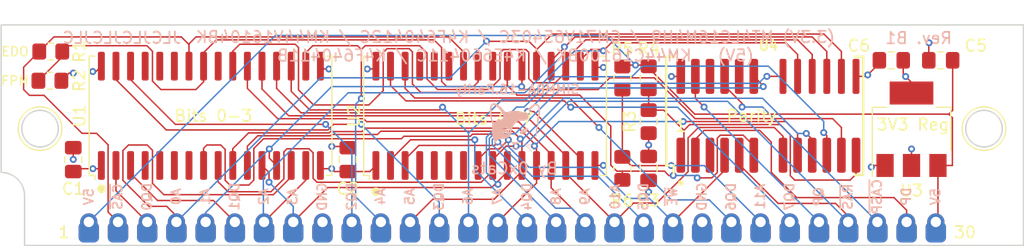
<source format=kicad_pcb>
(kicad_pcb (version 20211014) (generator pcbnew)
  (title_block (title "SIMMBA-16.P (16MB EDO/FPM RAM)") (date "2022-11-22") (rev "A2") (company "0xCats"))
  (layers (0 "F.Cu" signal "Front") (1 "In1.Cu" power) (2 "In2.Cu" power) (31 "B.Cu" signal "Back") (34 "B.Paste" user) (35 "F.Paste" user) (36 "B.SilkS" user "B.Silkscreen") (37 "F.SilkS" user "F.Silkscreen") (38 "B.Mask" user) (39 "F.Mask" user) (44 "Edge.Cuts" user))
  (net 0 "")
  (net 1 "/DQ4")
  (net 2 "/DQ5")
  (net 7 "/~{CAS}")
  (net 9 "/~{RAS}")
  (net 13 "/DQ6")
  (net 14 "/DQ7")
  (net 15 "/DQ0")
  (net 16 "/DQ1")
  (net 25 "/DQ2")
  (net 26 "/DQ3")
  (net 27 "GND")
  (net 28 "/2A9")
  (net 29 "/2A10")
  (net 30 "/2A8")
  (net 31 "/2A0")
  (net 32 "/~{WE}")
  (net 33 "/~{OE}")
  (net 34 "/2A7")
  (net 35 "/2A1")
  (net 36 "/2A6")
  (net 37 "/2A2")
  (net 38 "/2A5")
  (net 39 "/2A3")
  (net 40 "/2A4")
  (net 41 "/2A11")
  (net 42 "/QP")
  (net 43 "/~{CASP}")
  (net 44 "/DP")
  (net 48 "+3V3")
  (net 49 "+5V")
  (net 50 "/VDD_PAR")
  (net 51 "/SIMM_A11")
  (footprint "Resistor_SMD:R_0805_2012Metric_Pad1.20x1.40mm_HandSolder" (layer "F.Cu") (at 116.4321 65.278 90)
    (fp_text reference "R3")
    (fp_text value "0")
  )
  (footprint "edge connectors:SIPP_30_A2" (layer "F.Cu") (at 103.3056 74.267)
    (fp_text reference "J1" hide)
    (fp_text value "SIMM-30")
    (fp_line (start -43.18 -4.572) (end -43.18 -17.399) (layer "Edge.Cuts") (width 0.12))
    (fp_line (start -43.18 -17.399) (end 45.72 -17.399) (layer "Edge.Cuts") (width 0.12))
    (fp_line (start 45.72 1.778) (end 45.72 -17.399) (layer "Edge.Cuts") (width 0.12))
    (fp_line (start -41.148 -2.54) (end -41.148 1.778) (layer "Edge.Cuts") (width 0.12))
    (fp_line (start -41.148 1.778) (end 45.72 1.778) (layer "Edge.Cuts") (width 0.12))
    (fp_arc (start -43.18 -4.572) (mid -41.743159 -3.976841) (end -41.148 -2.54) (layer "Edge.Cuts") (width 0.12))
    (fp_circle (center 42.291 -8.382) (end 43.881 -8.382) (layer "Edge.Cuts") (width 0.12) (fill none))
    (fp_circle (center -39.8 -8.382) (end -38.21 -8.382) (layer "Edge.Cuts") (width 0.12) (fill none))
  )
  (footprint "Resistor_SMD:R_0805_2012Metric_Pad1.20x1.40mm_HandSolder" (layer "F.Cu") (at 64.3621 61.722)
    (fp_text reference "R2")
    (fp_text value "EDO")
  )
  (footprint "Capacitor_SMD:C_0805_2012Metric_Pad1.18x1.45mm_HandSolder" (layer "F.Cu") (at 137.5356 59.944 180)
    (fp_text reference "C6")
    (fp_text value "10uF")
  )
  (footprint "packageS_SOJ:SOJ-26_300mil" (layer "F.Cu") (at 126.8461 64.77 90)
    (fp_text reference "U4")
    (fp_text value "HM5116100S")
  )
  (footprint "Resistor_SMD:R_0805_2012Metric_Pad1.20x1.40mm_HandSolder" (layer "F.Cu") (at 64.4381 59.182)
    (fp_text reference "R1")
    (fp_text value "FPM")
  )
  (footprint "Resistor_SMD:R_0805_2012Metric_Pad1.20x1.40mm_HandSolder" (layer "F.Cu") (at 114.1461 61.484 -90)
    (fp_text reference "R5")
    (fp_text value "10K")
  )
  (footprint "dram:SOJ-32_10.16x21.50mm_P1.27mm" (layer "F.Cu") (at 103.5081 64.77 90)
    (fp_text reference "U2")
    (fp_text value "MT4LC16M4H9")
  )
  (footprint "Resistor_SMD:R_0805_2012Metric_Pad1.20x1.40mm_HandSolder" (layer "F.Cu") (at 116.4321 61.468 90)
    (fp_text reference "R4")
    (fp_text value "0")
  )
  (footprint "Capacitor_SMD:C_0805_2012Metric_Pad1.18x1.45mm_HandSolder" (layer "F.Cu") (at 116.4321 69.342 -90)
    (fp_text reference "C3")
    (fp_text value "220nF")
  )
  (footprint "Capacitor_SMD:C_0805_2012Metric_Pad1.18x1.45mm_HandSolder" (layer "F.Cu") (at 90.2701 68.58 90)
    (fp_text reference "C2")
    (fp_text value "220nF")
  )
  (footprint "Capacitor_SMD:C_0805_2012Metric_Pad1.18x1.45mm_HandSolder" (layer "F.Cu") (at 66.3941 68.58 90)
    (fp_text reference "C1")
    (fp_text value "220nF")
  )
  (footprint "Resistor_SMD:R_0805_2012Metric_Pad1.20x1.40mm_HandSolder" (layer "F.Cu") (at 114.1461 69.342 -90)
    (fp_text reference "R6")
    (fp_text value "0")
  )
  (footprint "Package_TO_SOT_SMD:SOT-223-3_TabPin2" (layer "F.Cu") (at 139.2921 65.938 90)
    (fp_text reference "U3")
    (fp_text value "AMS1117-3.3")
  )
  (footprint "dram:SOJ-32_10.16x21.50mm_P1.27mm" (layer "F.Cu") (at 79.6321 64.77 90)
    (fp_text reference "U1")
    (fp_text value "MT4LC16M4H9")
  )
  (footprint "Capacitor_SMD:C_0805_2012Metric_Pad1.18x1.45mm_HandSolder" (layer "F.Cu") (at 141.8321 59.944 180)
    (fp_text reference "C5")
    (fp_text value "22uF")
  )
  (footprint "graphics:cat face" (layer "B.Cu") (at 104.804636 66.163583 180)
    (fp_text reference "G***" hide)
    (fp_text value "LOGO" hide)
  )
  (gr_circle (center 92.7131 71.374) (end 93.0131 71.374) (layer "F.SilkS") (width 0.1524) (fill solid))
  (gr_circle (center 68.8371 71.12) (end 69.1371 71.12) (layer "F.SilkS") (width 0.1524) (fill solid))
  (gr_text "~{RAS}" (at 133.754864 71.8058 90) (layer "B.SilkS") (effects (font (size 0.8 0.8)) (justify mirror)))
  (gr_text "~{WE}" (at 118.489464 71.8058 90) (layer "B.SilkS") (effects (font (size 0.8 0.8)) (justify mirror)))
  (gr_text "JLCJLCJLCJLC" (at 70.614264 57.9856) (layer "B.SilkS") (effects (font (size 1 1)) (justify mirror)))
  (gr_text "DQ4" (at 105.840264 71.805799 90) (layer "B.SilkS") (effects (font (size 0.8 0.8)) (justify mirror)))
  (gr_text "DQ2" (at 90.600264 71.805799 90) (layer "B.SilkS") (effects (font (size 0.8 0.8)) (justify mirror)))
  (gr_text "(3.3V) MT4LC16M4H9 / GM71V65403C / K4F640412C / KM44V16104BK\n(5V)   KM44C16100BK / K4E660411C / K4F640411B" (at 104.849664 58.7248) (layer "B.SilkS") (effects (font (size 1 1)) (justify mirror)))
  (gr_text "A0" (at 75.334864 71.8058 90) (layer "B.SilkS") (effects (font (size 0.8 0.8)) (justify mirror)))
  (gr_text "DQ0" (at 72.794864 71.805799 90) (layer "B.SilkS") (effects (font (size 0.8 0.8)) (justify mirror)))
  (gr_text "DQ3" (at 98.194864 71.805799 90) (layer "B.SilkS") (effects (font (size 0.8 0.8)) (justify mirror)))
  (gr_text "GND" (at 88.034864 71.8058 90) (layer "B.SilkS") (effects (font (size 0.8 0.8)) (justify mirror)))
  (gr_text "5V" (at 141.374864 71.8058 90) (layer "B.SilkS") (effects (font (size 0.8 0.8)) (justify mirror)))
  (gr_text "A7" (at 103.300264 71.8058 90) (layer "B.SilkS") (effects (font (size 0.8 0.8)) (justify mirror)))
  (gr_text "A2" (at 82.954864 71.8058 90) (layer "B.SilkS") (effects (font (size 0.8 0.8)) (justify mirror)))
  (gr_text "SIMMBA-16.Parity" (at 105.002064 62.484) (layer "B.SilkS") (effects (font (size 0.8 0.8)) (justify mirror)))
  (gr_text "DQ6" (at 123.594864 71.805799 90) (layer "B.SilkS") (effects (font (size 0.8 0.8)) (justify mirror)))
  (gr_text "DQ5" (at 115.974864 71.805799 90) (layer "B.SilkS") (effects (font (size 0.8 0.8)) (justify mirror)))
  (gr_text "A1" (at 77.874864 71.8058 90) (layer "B.SilkS") (effects (font (size 0.8 0.8)) (justify mirror)))
  (gr_text "A11" (at 126.134864 71.805799 90) (layer "B.SilkS") (effects (font (size 0.8 0.8)) (justify mirror)))
  (gr_text "5V" (at 67.740264 71.8058 90) (layer "B.SilkS") (effects (font (size 0.8 0.8)) (justify mirror)))
  (gr_text "DP" (at 138.834864 71.805799 90) (layer "B.SilkS") (effects (font (size 0.8 0.8)) (justify mirror)))
  (gr_text "QP" (at 131.214864 71.8058 90) (layer "B.SilkS") (effects (font (size 0.8 0.8)) (justify mirror)))
  (gr_text "Rev. B1" (at 139.905461 58.011009) (layer "B.SilkS") (effects (font (size 1 1)) (justify mirror)))
  (gr_text "~{CAS}" (at 70.254864 71.8058 90) (layer "B.SilkS") (effects (font (size 0.8 0.8)) (justify mirror)))
  (gr_text "DQ7" (at 128.674864 71.805799 90) (layer "B.SilkS") (effects (font (size 0.8 0.8)) (justify mirror)))
  (gr_text "GND" (at 121.054864 71.8058 90) (layer "B.SilkS") (effects (font (size 0.8 0.8)) (justify mirror)))
  (gr_text "A10" (at 113.511064 71.805799 90) (layer "B.SilkS") (effects (font (size 0.8 0.8)) (justify mirror)))
  (gr_text "A4" (at 93.114864 71.8058 90) (layer "B.SilkS") (effects (font (size 0.8 0.8)) (justify mirror)))
  (gr_text "A5" (at 95.654864 71.8058 90) (layer "B.SilkS") (effects (font (size 0.8 0.8)) (justify mirror)))
  (gr_text "A8" (at 108.380264 71.8058 90) (layer "B.SilkS") (effects (font (size 0.8 0.8)) (justify mirror)))
  (gr_text "DQ1" (at 80.414864 71.805799 90) (layer "B.SilkS") (effects (font (size 0.8 0.8)) (justify mirror)))
  (gr_text "By 0xCats" (at 104.748064 69.342) (layer "B.SilkS") (effects (font (size 1 1)) (justify mirror)))
  (gr_text "A9" (at 110.894864 71.8058 90) (layer "B.SilkS") (effects (font (size 0.8 0.8)) (justify mirror)))
  (gr_text "~{CASP}" (at 136.294864 71.8058 90) (layer "B.SilkS") (effects (font (size 0.8 0.8)) (justify mirror)))
  (gr_text "A6" (at 100.709464 71.8058 90) (layer "B.SilkS") (effects (font (size 0.8 0.8)) (justify mirror)))
  (gr_text "A3" (at 85.469464 71.8058 90) (layer "B.SilkS") (effects (font (size 0.8 0.8)) (justify mirror)))
  (gr_text "EDO" (at 61.330064 59.182) (layer "F.SilkS") (effects (font (size 0.8 0.8) (thickness 0.125))))
  (gr_text "3V3 Reg" (at 139.419064 65.532) (layer "F.SilkS") (effects (font (size 1 1))))
  (gr_text "Parity" (at 125.385564 64.77) (layer "F.SilkS") (effects (font (size 1 1))))
  (gr_text "FPM" (at 61.330064 61.722) (layer "F.SilkS") (effects (font (size 0.8 0.8) (thickness 0.125))))
  (gr_text "Bits 0-3" (at 78.586064 64.77) (layer "F.SilkS") (effects (font (size 1 1))))
  (gr_text "Bits 4-7" (at 102.970064 65.024) (layer "F.SilkS") (effects (font (size 1 1))))
  (segment (start 93.9831 68.6001) (end 95.7268 66.8564) (width 0.127) (layer "F.Cu") (net 1))
  (segment (start 95.7268 66.8564) (end 101.313 66.8564) (width 0.127) (layer "F.Cu") (net 1))
  (segment (start 93.9831 69.088) (end 93.9831 68.6001) (width 0.127) (layer "F.Cu") (net 1))
  (segment (start 105.8456 74.0016) (end 105.846 74.0016) (width 0.127) (layer "F.Cu") (net 1))
  (segment (start 105.846 74.6683) (end 105.846 74.0016) (width 0.127) (layer "F.Cu") (net 1))
  (segment (start 105.8456 74.6687) (end 105.8456 74.8906) (width 0.127) (layer "F.Cu") (net 1))
  (segment (start 105.846 74.8906) (end 105.846 74.6683) (width 0.127) (layer "F.Cu") (net 1))
  (segment (start 105.846 74.6683) (end 105.8456 74.6687) (width 0.127) (layer "F.Cu") (net 1))
  (via (at 101.313 66.8564) (size 0.6) (drill 0.3) (layers "F.Cu" "B.Cu") (net 1))
  (segment (start 105.846 74.0016) (end 105.846 74.902) (width 0.127) (layer "B.Cu") (net 1))
  (segment (start 105.8456 74.902) (end 105.846 74.902) (width 0.127) (layer "B.Cu") (net 1))
  (segment (start 105.8456 74.0016) (end 105.846 74.0016) (width 0.127) (layer "B.Cu") (net 1))
  (segment (start 101.313 66.8564) (end 101.313 69.4691) (width 0.127) (layer "B.Cu") (net 1))
  (segment (start 101.313 69.4691) (end 105.846 74.0016) (width 0.127) (layer "B.Cu") (net 1))
  (segment (start 116.006 74.0016) (end 116.006 74.2238) (width 0.127) (layer "F.Cu") (net 2))
  (segment (start 103.028 67.347) (end 103.322 67.0529) (width 0.127) (layer "F.Cu") (net 2))
  (segment (start 116.0056 74.5576) (end 116.0056 74.8906) (width 0.127) (layer "F.Cu") (net 2))
  (segment (start 95.2531 68.5474) (end 96.4535 67.347) (width 0.127) (layer "F.Cu") (net 2))
  (segment (start 116.0056 74.2234) (end 116.0056 74.0016) (width 0.127) (layer "F.Cu") (net 2))
  (segment (start 116.006 74.2238) (end 116.006 74.5572) (width 0.127) (layer "F.Cu") (net 2))
  (segment (start 116.006 74.5572) (end 116.0056 74.5576) (width 0.127) (layer "F.Cu") (net 2))
  (segment (start 116.006 74.5572) (end 116.006 74.8906) (width 0.127) (layer "F.Cu") (net 2))
  (segment (start 96.4535 67.347) (end 103.028 67.347) (width 0.127) (layer "F.Cu") (net 2))
  (segment (start 95.2531 69.088) (end 95.2531 68.5474) (width 0.127) (layer "F.Cu") (net 2))
  (segment (start 116.006 74.2238) (end 116.0056 74.2234) (width 0.127) (layer "F.Cu") (net 2))
  (via (at 103.322 67.0529) (size 0.6) (drill 0.3) (layers "F.Cu" "B.Cu") (net 2))
  (segment (start 116.006 74.0016) (end 112.029 70.0252) (width 0.127) (layer "B.Cu") (net 2))
  (segment (start 116.006 74.902) (end 116.006 74.0016) (width 0.127) (layer "B.Cu") (net 2))
  (segment (start 112.029 70.0252) (end 106.295 70.0252) (width 0.127) (layer "B.Cu") (net 2))
  (segment (start 116.0056 74.902) (end 116.006 74.902) (width 0.127) (layer "B.Cu") (net 2))
  (segment (start 116.0056 74.0016) (end 116.006 74.0016) (width 0.127) (layer "B.Cu") (net 2))
  (segment (start 106.295 70.0252) (end 103.322 67.0529) (width 0.127) (layer "B.Cu") (net 2))
  (segment (start 100.333 59.832) (end 100.3331 59.8321) (width 0.127) (layer "F.Cu") (net 7))
  (segment (start 100.333 60.452) (end 100.333 59.832) (width 0.127) (layer "F.Cu") (net 7))
  (segment (start 76.4571 60.452) (end 76.4571 59.9114) (width 0.127) (layer "F.Cu") (net 7))
  (segment (start 69.4234 67.2913) (end 69.4234 73.1394) (width 0.127) (layer "F.Cu") (net 7))
  (segment (start 100.333 59.212) (end 99.0331 57.912) (width 0.127) (layer "F.Cu") (net 7))
  (segment (start 76.4571 58.577) (end 75.7921 57.912) (width 0.127) (layer "F.Cu") (net 7))
  (segment (start 75.7921 57.912) (end 64.7081 57.912) (width 0.127) (layer "F.Cu") (net 7))
  (segment (start 100.333 59.832) (end 100.333 59.212) (width 0.127) (layer "F.Cu") (net 7))
  (segment (start 68.4261 66.294) (end 69.4234 67.2913) (width 0.127) (layer "F.Cu") (net 7))
  (segment (start 67.1561 66.294) (end 68.4261 66.294) (width 0.127) (layer "F.Cu") (net 7))
  (segment (start 62.0761 62.484) (end 62.5841 62.992) (width 0.127) (layer "F.Cu") (net 7))
  (segment (start 69.4234 73.1394) (end 70.2856 74.0016) (width 0.127) (layer "F.Cu") (net 7))
  (segment (start 63.8541 62.992) (end 67.1561 66.294) (width 0.127) (layer "F.Cu") (net 7))
  (segment (start 100.3331 59.8321) (end 100.3331 60.452) (width 0.127) (layer "F.Cu") (net 7))
  (segment (start 63.4381 59.182) (end 62.0761 60.544) (width 0.127) (layer "F.Cu") (net 7))
  (segment (start 62.5841 62.992) (end 63.8541 62.992) (width 0.127) (layer "F.Cu") (net 7))
  (segment (start 77.0621 57.912) (end 76.4571 58.517) (width 0.127) (layer "F.Cu") (net 7))
  (segment (start 76.4571 58.517) (end 76.4571 58.577) (width 0.127) (layer "F.Cu") (net 7))
  (segment (start 76.4571 59.9114) (end 76.4571 58.577) (width 0.127) (layer "F.Cu") (net 7))
  (segment (start 64.7081 57.912) (end 63.4381 59.182) (width 0.127) (layer "F.Cu") (net 7))
  (segment (start 99.0331 57.912) (end 77.0621 57.912) (width 0.127) (layer "F.Cu") (net 7))
  (segment (start 62.0761 60.544) (end 62.0761 62.484) (width 0.127) (layer "F.Cu") (net 7))
  (segment (start 70.2856 74.8906) (end 70.2856 74.0016) (width 0.127) (layer "F.Cu") (net 7))
  (segment (start 70.2856 74.902) (end 70.2856 74.0016) (width 0.127) (layer "B.Cu") (net 7))
  (segment (start 102.873 69.0637) (end 102.8731 69.0638) (width 0.127) (layer "F.Cu") (net 9))
  (segment (start 87.5871 70.5468) (end 101.878 70.5468) (width 0.127) (layer "F.Cu") (net 9))
  (segment (start 101.878 70.5468) (end 102.873 69.5519) (width 0.127) (layer "F.Cu") (net 9))
  (segment (start 127.694 72.39) (end 124.306 69.0026) (width 0.127) (layer "F.Cu") (net 9))
  (segment (start 78.9971 70.515) (end 79.8561 71.374) (width 0.127) (layer "F.Cu") (net 9))
  (segment (start 133.786 74.5398) (end 133.7856 74.5402) (width 0.127) (layer "F.Cu") (net 9))
  (segment (start 104.039 67.4093) (end 104.906 67.4093) (width 0.127) (layer "F.Cu") (net 9))
  (segment (start 84.9831 67.6356) (end 86.8988 67.6356) (width 0.127) (layer "F.Cu") (net 9))
  (segment (start 87.2521 70.2118) (end 87.5871 70.5468) (width 0.127) (layer "F.Cu") (net 9))
  (segment (start 132.688 72.39) (end 127.694 72.39) (width 0.127) (layer "F.Cu") (net 9))
  (segment (start 83.5831 71.374) (end 84.7121 70.245) (width 0.127) (layer "F.Cu") (net 9))
  (segment (start 124.306 68.6008) (end 124.3061 68.6007) (width 0.127) (layer "F.Cu") (net 9))
  (segment (start 84.7121 70.245) (end 84.7121 67.9066) (width 0.127) (layer "F.Cu") (net 9))
  (segment (start 124.3061 68.6007) (end 124.3061 68.199) (width 0.127) (layer "F.Cu") (net 9))
  (segment (start 102.8731 69.0638) (end 102.8731 69.088) (width 0.127) (layer "F.Cu") (net 9))
  (segment (start 133.786 73.4875) (end 132.688 72.39) (width 0.127) (layer "F.Cu") (net 9))
  (segment (start 78.9971 69.088) (end 78.9971 70.515) (width 0.127) (layer "F.Cu") (net 9))
  (segment (start 87.2521 67.9889) (end 87.2521 70.2118) (width 0.127) (layer "F.Cu") (net 9))
  (segment (start 133.7856 74.0016) (end 133.786 74.0016) (width 0.127) (layer "F.Cu") (net 9))
  (segment (start 84.7121 67.9066) (end 84.9831 67.6356) (width 0.127) (layer "F.Cu") (net 9))
  (segment (start 79.8561 71.374) (end 83.5831 71.374) (width 0.127) (layer "F.Cu") (net 9))
  (segment (start 102.873 69.5519) (end 102.873 69.0637) (width 0.127) (layer "F.Cu") (net 9))
  (segment (start 133.786 74.0016) (end 133.786 73.4875) (width 0.127) (layer "F.Cu") (net 9))
  (segment (start 86.8988 67.6356) (end 87.2521 67.9889) (width 0.127) (layer "F.Cu") (net 9))
  (segment (start 124.306 69.0026) (end 124.306 68.6008) (width 0.127) (layer "F.Cu") (net 9))
  (segment (start 133.786 74.8906) (end 133.786 74.5398) (width 0.127) (layer "F.Cu") (net 9))
  (segment (start 102.873 69.0637) (end 102.873 68.5755) (width 0.127) (layer "F.Cu") (net 9))
  (segment (start 102.873 68.5755) (end 104.039 67.4093) (width 0.127) (layer "F.Cu") (net 9))
  (segment (start 133.786 74.5398) (end 133.786 74.0016) (width 0.127) (layer "F.Cu") (net 9))
  (segment (start 133.7856 74.5402) (end 133.7856 74.8906) (width 0.127) (layer "F.Cu") (net 9))
  (segment (start 124.306 68.6008) (end 124.306 68.199) (width 0.127) (layer "F.Cu") (net 9))
  (via (at 104.906 67.4093) (size 0.6) (drill 0.3) (layers "F.Cu" "B.Cu") (net 9))
  (segment (start 133.786 74.902) (end 133.786 74.0016) (width 0.127) (layer "B.Cu") (net 9))
  (segment (start 104.906 67.4092) (end 104.906 67.4093) (width 0.127) (layer "B.Cu") (net 9))
  (segment (start 133.786 74.0016) (end 123.296 63.5119) (width 0.127) (layer "B.Cu") (net 9))
  (segment (start 123.296 63.5119) (end 109.462 63.5119) (width 0.127) (layer "B.Cu") (net 9))
  (segment (start 109.462 63.5119) (end 105.564 67.4092) (width 0.127) (layer "B.Cu") (net 9))
  (segment (start 133.7856 74.0016) (end 133.786 74.0016) (width 0.127) (layer "B.Cu") (net 9))
  (segment (start 133.7856 74.902) (end 133.786 74.902) (width 0.127) (layer "B.Cu") (net 9))
  (segment (start 105.564 67.4092) (end 104.906 67.4092) (width 0.127) (layer "B.Cu") (net 9))
  (segment (start 112.109 65.7813) (end 109.549 63.2208) (width 0.127) (layer "F.Cu") (net 13))
  (segment (start 123.6256 74.0016) (end 123.626 74.0016) (width 0.127) (layer "F.Cu") (net 13))
  (segment (start 123.626 74.6683) (end 123.626 74.0016) (width 0.127) (layer "F.Cu") (net 13))
  (segment (start 96.0869 63.2208) (end 95.2531 62.387) (width 0.127) (layer "F.Cu") (net 13))
  (segment (start 95.2531 62.387) (end 95.2531 60.452) (width 0.127) (layer "F.Cu") (net 13))
  (segment (start 109.549 63.2208) (end 96.0869 63.2208) (width 0.127) (layer "F.Cu") (net 13))
  (segment (start 123.626 74.6683) (end 123.6256 74.6687) (width 0.127) (layer "F.Cu") (net 13))
  (segment (start 123.626 74.8906) (end 123.626 74.6683) (width 0.127) (layer "F.Cu") (net 13))
  (segment (start 123.6256 74.6687) (end 123.6256 74.8906) (width 0.127) (layer "F.Cu") (net 13))
  (via (at 112.109 65.7813) (size 0.6) (drill 0.3) (layers "F.Cu" "B.Cu") (net 13))
  (segment (start 123.6256 74.0016) (end 123.626 74.0016) (width 0.127) (layer "B.Cu") (net 13))
  (segment (start 118.411 72.0831) (end 121.707 72.0831) (width 0.127) (layer "B.Cu") (net 13))
  (segment (start 123.6256 74.902) (end 123.626 74.902) (width 0.127) (layer "B.Cu") (net 13))
  (segment (start 123.626 74.0016) (end 123.626 74.902) (width 0.127) (layer "B.Cu") (net 13))
  (segment (start 121.707 72.0831) (end 123.626 74.0016) (width 0.127) (layer "B.Cu") (net 13))
  (segment (start 112.109 65.7813) (end 118.411 72.0831) (width 0.127) (layer "B.Cu") (net 13))
  (segment (start 128.706 74.4461) (end 128.7056 74.4465) (width 0.127) (layer "F.Cu") (net 14))
  (segment (start 128.706 74.8906) (end 128.706 74.4461) (width 0.127) (layer "F.Cu") (net 14))
  (segment (start 128.706 74.4461) (end 128.706 74.0016) (width 0.127) (layer "F.Cu") (net 14))
  (segment (start 128.7056 74.0016) (end 128.706 74.0016) (width 0.127) (layer "F.Cu") (net 14))
  (segment (start 128.7056 74.4465) (end 128.7056 74.8906) (width 0.127) (layer "F.Cu") (net 14))
  (segment (start 93.9831 62.133) (end 95.325 63.4749) (width 0.127) (layer "F.Cu") (net 14))
  (segment (start 95.325 63.4749) (end 109.106 63.4749) (width 0.127) (layer "F.Cu") (net 14))
  (segment (start 93.9831 60.452) (end 93.9831 62.133) (width 0.127) (layer "F.Cu") (net 14))
  (segment (start 109.106 63.4749) (end 109.654 64.0224) (width 0.127) (layer "F.Cu") (net 14))
  (via (at 109.654 64.0224) (size 0.6) (drill 0.3) (layers "F.Cu" "B.Cu") (net 14))
  (segment (start 128.7056 74.0016) (end 128.706 74.0016) (width 0.127) (layer "B.Cu") (net 14))
  (segment (start 128.706 74.4518) (end 128.7056 74.4522) (width 0.127) (layer "B.Cu") (net 14))
  (segment (start 128.706 73.7777) (end 118.95 64.0224) (width 0.127) (layer "B.Cu") (net 14))
  (segment (start 128.706 74.4518) (end 128.706 74.0016) (width 0.127) (layer "B.Cu") (net 14))
  (segment (start 128.706 74.0016) (end 128.706 73.7777) (width 0.127) (layer "B.Cu") (net 14))
  (segment (start 128.706 74.902) (end 128.706 74.4518) (width 0.127) (layer "B.Cu") (net 14))
  (segment (start 128.7056 74.4522) (end 128.7056 74.902) (width 0.127) (layer "B.Cu") (net 14))
  (segment (start 118.95 64.0224) (end 109.654 64.0224) (width 0.127) (layer "B.Cu") (net 14))
  (segment (start 70.1071 71.2831) (end 72.8256 74.0016) (width 0.127) (layer "F.Cu") (net 15))
  (segment (start 72.8256 74.8906) (end 72.8256 74.0016) (width 0.127) (layer "F.Cu") (net 15))
  (segment (start 70.1071 69.088) (end 70.1071 71.2831) (width 0.127) (layer "F.Cu") (net 15))
  (segment (start 72.8256 74.902) (end 72.8256 74.0016) (width 0.127) (layer "B.Cu") (net 15))
  (segment (start 71.3771 69.7888) (end 73.7243 72.136) (width 0.127) (layer "F.Cu") (net 16))
  (segment (start 71.3771 69.088) (end 71.3771 69.7888) (width 0.127) (layer "F.Cu") (net 16))
  (segment (start 78.58 72.136) (end 80.4456 74.0016) (width 0.127) (layer "F.Cu") (net 16))
  (segment (start 73.7243 72.136) (end 78.58 72.136) (width 0.127) (layer "F.Cu") (net 16))
  (segment (start 80.4456 74.8906) (end 80.4456 74.0016) (width 0.127) (layer "F.Cu") (net 16))
  (segment (start 80.4456 74.0016) (end 80.4456 74.902) (width 0.127) (layer "B.Cu") (net 16))
  (segment (start 71.3771 60.452) (end 71.3771 61.625) (width 0.127) (layer "F.Cu") (net 25))
  (segment (start 90.6056 74.8906) (end 90.6056 74.0016) (width 0.127) (layer "F.Cu") (net 25))
  (segment (start 75.2631 65.511) (end 88.3422 65.511) (width 0.127) (layer "F.Cu") (net 25))
  (segment (start 71.3771 61.625) (end 75.2631 65.511) (width 0.127) (layer "F.Cu") (net 25))
  (via (at 88.3422 65.511) (size 0.6) (drill 0.3) (layers "F.Cu" "B.Cu") (net 25))
  (segment (start 90.6056 74.0016) (end 90.6056 74.902) (width 0.127) (layer "B.Cu") (net 25))
  (segment (start 90.625 73.9822) (end 90.625 67.7938) (width 0.127) (layer "B.Cu") (net 25))
  (segment (start 90.6056 74.0016) (end 90.625 73.9822) (width 0.127) (layer "B.Cu") (net 25))
  (segment (start 90.625 67.7938) (end 88.3422 65.511) (width 0.127) (layer "B.Cu") (net 25))
  (segment (start 88.5454 66.0016) (end 89.036 65.511) (width 0.127) (layer "F.Cu") (net 26))
  (segment (start 98.2256 74.8906) (end 98.2256 74.0016) (width 0.127) (layer "F.Cu") (net 26))
  (segment (start 70.1071 60.452) (end 70.1071 61.625) (width 0.127) (layer "F.Cu") (net 26))
  (segment (start 89.036 65.511) (end 91.4417 65.511) (width 0.127) (layer "F.Cu") (net 26))
  (segment (start 70.1071 61.625) (end 74.4837 66.0016) (width 0.127) (layer "F.Cu") (net 26))
  (segment (start 74.4837 66.0016) (end 88.5454 66.0016) (width 0.127) (layer "F.Cu") (net 26))
  (via (at 91.4417 65.511) (size 0.6) (drill 0.3) (layers "F.Cu" "B.Cu") (net 26))
  (segment (start 98.2256 72.2949) (end 91.4417 65.511) (width 0.127) (layer "B.Cu") (net 26))
  (segment (start 98.2256 74.0016) (end 98.2256 72.2949) (width 0.127) (layer "B.Cu") (net 26))
  (segment (start 98.2256 74.902) (end 98.2256 74.0016) (width 0.127) (layer "B.Cu") (net 26))
  (segment (start 92.4677 60.6974) (end 92.7131 60.452) (width 0.127) (layer "F.Cu") (net 27))
  (segment (start 135.915 69.2245) (end 136.052 69.088) (width 0.127) (layer "F.Cu") (net 27))
  (segment (start 140.795 59.1927) (end 140.795 59.944) (width 0.127) (layer "F.Cu") (net 27))
  (segment (start 134.4661 61.341) (end 134.466 61.341) (width 0.127) (layer "F.Cu") (net 27))
  (segment (start 119.223 61.3443) (end 119.226 61.341) (width 0.127) (layer "F.Cu") (net 27))
  (segment (start 136.052 69.088) (end 136.992 69.088) (width 0.127) (layer "F.Cu") (net 27))
  (segment (start 116.432 70.3795) (end 116.432 70.8873) (width 0.127) (layer "F.Cu") (net 27))
  (segment (start 88.8731 67.437) (end 90.1646 67.437) (width 0.127) (layer "F.Cu") (net 27))
  (segment (start 136.4981 60.0709) (end 136.4981 59.944) (width 0.127) (layer "F.Cu") (net 27))
  (segment (start 111.869 60.5589) (end 112.496 60.5589) (width 0.127) (layer "F.Cu") (net 27))
  (segment (start 119.2261 61.3412) (end 119.2261 61.341) (width 0.127) (layer "F.Cu") (net 27))
  (segment (start 140.816 58.42) (end 140.795 58.4415) (width 0.127) (layer "F.Cu") (net 27))
  (segment (start 119.22 61.3476) (end 119.223 61.3443) (width 0.127) (layer "F.Cu") (net 27))
  (segment (start 88.6218 60.6974) (end 88.1315 60.6974) (width 0.127) (layer "F.Cu") (net 27))
  (segment (start 66.0276 61.0565) (end 65.3621 61.722) (width 0.127) (layer "F.Cu") (net 27))
  (segment (start 91.9653 60.6974) (end 92.4677 60.6974) (width 0.127) (layer "F.Cu") (net 27))
  (segment (start 88.0656 74.0016) (end 88.0656 74.8906) (width 0.127) (layer "F.Cu") (net 27))
  (segment (start 118.414 61.3476) (end 119.22 61.3476) (width 0.127) (layer "F.Cu") (net 27))
  (segment (start 140.795 58.4415) (end 140.795 59.1927) (width 0.127) (layer "F.Cu") (net 27))
  (segment (start 116.4321 70.8872) (end 116.4321 70.3795) (width 0.127) (layer "F.Cu") (net 27))
  (segment (start 136.498 60.071) (end 136.4981 60.0709) (width 0.127) (layer "F.Cu") (net 27))
  (segment (start 66.3941 67.5425) (end 66.3941 68.5647) (width 0.127) (layer "F.Cu") (net 27))
  (segment (start 116.432 70.8873) (end 116.432 71.3952) (width 0.127) (layer "F.Cu") (net 27))
  (segment (start 135.482 61.214) (end 136.498 60.198) (width 0.127) (layer "F.Cu") (net 27))
  (segment (start 111.763 60.453) (end 111.869 60.5589) (width 0.127) (layer "F.Cu") (net 27))
  (segment (start 135.798 69.2245) (end 135.915 69.2245) (width 0.127) (layer "F.Cu") (net 27))
  (segment (start 68.0881 60.9199) (end 68.3692 60.9199) (width 0.127) (layer "F.Cu") (net 27))
  (segment (start 135.482 61.214) (end 135.355 61.341) (width 0.127) (layer "F.Cu") (net 27))
  (segment (start 66.3992 61.0565) (end 66.0276 61.0565) (width 0.127) (layer "F.Cu") (net 27))
  (segment (start 136.498 60.071) (end 136.498 59.944) (width 0.127) (layer "F.Cu") (net 27))
  (segment (start 119.223 61.3443) (end 119.2261 61.3412) (width 0.127) (layer "F.Cu") (net 27))
  (segment (start 116.432 70.8873) (end 116.4321 70.8872) (width 0.127) (layer "F.Cu") (net 27))
  (segment (start 121.0856 74.8906) (end 121.086 74.8906) (width 0.127) (layer "F.Cu") (net 27))
  (segment (start 68.3692 60.9199) (end 68.8371 60.452) (width 0.127) (layer "F.Cu") (net 27))
  (segment (start 135.355 61.341) (end 134.4661 61.341) (width 0.127) (layer "F.Cu") (net 27))
  (segment (start 140.795 59.1927) (end 140.7946 59.1931) (width 0.127) (layer "F.Cu") (net 27))
  (segment (start 136.498 60.198) (end 136.498 60.071) (width 0.127) (layer "F.Cu") (net 27))
  (segment (start 90.1646 67.437) (end 90.2701 67.5425) (width 0.127) (layer "F.Cu") (net 27))
  (segment (start 88.1315 60.6974) (end 87.8871 60.453) (width 0.127) (layer "F.Cu") (net 27))
  (segment (start 136.992 69.088) (end 136.9921 69.088) (width 0.127) (layer "F.Cu") (net 27))
  (segment (start 140.7946 59.1931) (end 140.7946 59.944) (width 0.127) (layer "F.Cu") (net 27))
  (segment (start 121.0856 74.0016) (end 121.086 74.0016) (width 0.127) (layer "F.Cu") (net 27))
  (segment (start 121.086 74.0016) (end 121.086 74.8906) (width 0.127) (layer "F.Cu") (net 27))
  (via (at 68.0881 60.9199) (size 0.6) (drill 0.3) (layers "F.Cu" "B.Cu") (net 27))
  (via (at 116.432 71.3952) (size 0.6) (drill 0.3) (layers "F.Cu" "B.Cu") (net 27))
  (via (at 91.9653 60.6974) (size 0.6) (drill 0.3) (layers "F.Cu" "B.Cu") (net 27))
  (via (at 140.816 58.42) (size 0.6) (drill 0.3) (layers "F.Cu" "B.Cu") (net 27))
  (via (at 88.6218 60.6974) (size 0.6) (drill 0.3) (layers "F.Cu" "B.Cu") (net 27))
  (via (at 66.3992 61.0565) (size 0.6) (drill 0.3) (layers "F.Cu" "B.Cu") (net 27))
  (via (at 118.414 61.3476) (size 0.6) (drill 0.3) (layers "F.Cu" "B.Cu") (net 27))
  (via (at 66.3941 68.5647) (size 0.6) (drill 0.3) (layers "F.Cu" "B.Cu") (net 27))
  (via (at 88.8731 67.437) (size 0.6) (drill 0.3) (layers "F.Cu" "B.Cu") (net 27))
  (via (at 135.798 69.2245) (size 0.6) (drill 0.3) (layers "F.Cu" "B.Cu") (net 27))
  (via (at 112.496 60.5589) (size 0.6) (drill 0.3) (layers "F.Cu" "B.Cu") (net 27))
  (via (at 135.482 61.214) (size 0.6) (drill 0.3) (layers "F.Cu" "B.Cu") (net 27))
  (segment (start 121.0856 74.4522) (end 121.0856 74.902) (width 0.127) (layer "B.Cu") (net 27))
  (segment (start 121.086 74.0016) (end 121.086 74.4518) (width 0.127) (layer "B.Cu") (net 27))
  (segment (start 88.0656 74.0016) (end 88.0656 74.902) (width 0.127) (layer "B.Cu") (net 27))
  (segment (start 121.0856 74.0016) (end 121.086 74.0016) (width 0.127) (layer "B.Cu") (net 27))
  (segment (start 121.086 74.4518) (end 121.086 74.902) (width 0.127) (layer "B.Cu") (net 27))
  (segment (start 121.086 74.4518) (end 121.0856 74.4522) (width 0.127) (layer "B.Cu") (net 27))
  (segment (start 106.683 60.0125) (end 106.6831 60.0126) (width 0.127) (layer "F.Cu") (net 28))
  (segment (start 106.683 59.025) (end 106.683 59.573) (width 0.127) (layer "F.Cu") (net 28))
  (segment (start 75.3656 74.8906) (end 75.3656 74.0016) (width 0.127) (layer "F.Cu") (net 28))
  (segment (start 133.196 61.341) (end 133.196 60.2615) (width 0.127) (layer "F.Cu") (net 28))
  (segment (start 83.7999 71.628) (end 85.3471 70.0808) (width 0.127) (layer "F.Cu") (net 28))
  (segment (start 106.6831 60.0126) (end 106.6831 60.452) (width 0.127) (layer "F.Cu") (net 28))
  (segment (start 106.683 60.0125) (end 106.683 59.573) (width 0.127) (layer "F.Cu") (net 28))
  (segment (start 106.683 59.025) (end 106.683 59.573) (width 0.127) (layer "F.Cu") (net 28))
  (segment (start 133.1961 60.2616) (end 133.1961 61.341) (width 0.127) (layer "F.Cu") (net 28))
  (segment (start 131.672 57.658) (end 108.05 57.658) (width 0.127) (layer "F.Cu") (net 28))
  (segment (start 133.196 59.182) (end 131.672 57.658) (width 0.127) (layer "F.Cu") (net 28))
  (segment (start 75.3656 73.4875) (end 74.5221 72.644) (width 0.127) (layer "F.Cu") (net 28))
  (segment (start 74.5221 72.644) (end 72.9728 72.644) (width 0.127) (layer "F.Cu") (net 28))
  (segment (start 70.7121 70.3833) (end 70.7121 67.7927) (width 0.127) (layer "F.Cu") (net 28))
  (segment (start 71.1948 67.31) (end 72.8271 67.31) (width 0.127) (layer "F.Cu") (net 28))
  (segment (start 108.05 57.658) (end 106.683 59.025) (width 0.127) (layer "F.Cu") (net 28))
  (segment (start 106.018 58.293) (end 106.683 58.958) (width 0.127) (layer "F.Cu") (net 28))
  (segment (start 75.3656 74.0016) (end 75.3656 73.4875) (width 0.127) (layer "F.Cu") (net 28))
  (segment (start 106.683 60.452) (end 106.683 60.0125) (width 0.127) (layer "F.Cu") (net 28))
  (segment (start 133.196 60.2615) (end 133.196 59.182) (width 0.127) (layer "F.Cu") (net 28))
  (segment (start 74.2681 71.628) (end 83.7999 71.628) (width 0.127) (layer "F.Cu") (net 28))
  (segment (start 73.2821 67.765) (end 73.2821 70.642) (width 0.127) (layer "F.Cu") (net 28))
  (segment (start 72.8271 67.31) (end 73.2821 67.765) (width 0.127) (layer "F.Cu") (net 28))
  (segment (start 106.683 58.958) (end 106.683 59.025) (width 0.127) (layer "F.Cu") (net 28))
  (segment (start 73.2821 70.642) (end 74.2681 71.628) (width 0.127) (layer "F.Cu") (net 28))
  (segment (start 70.7121 67.7927) (end 71.1948 67.31) (width 0.127) (layer "F.Cu") (net 28))
  (segment (start 133.196 60.2615) (end 133.1961 60.2616) (width 0.127) (layer "F.Cu") (net 28))
  (segment (start 102.353 58.293) (end 106.018 58.293) (width 0.127) (layer "F.Cu") (net 28))
  (segment (start 102.335 58.275) (end 102.353 58.293) (width 0.127) (layer "F.Cu") (net 28))
  (segment (start 72.9728 72.644) (end 70.7121 70.3833) (width 0.127) (layer "F.Cu") (net 28))
  (segment (start 85.3471 70.0808) (end 85.3471 69.088) (width 0.127) (layer "F.Cu") (net 28))
  (via (at 102.335 58.275) (size 0.6) (drill 0.3) (layers "F.Cu" "B.Cu") (net 28))
  (segment (start 99.1421 61.468) (end 87.8992 61.468) (width 0.127) (layer "B.Cu") (net 28))
  (segment (start 87.8992 61.468) (end 75.3656 74.0016) (width 0.127) (layer "B.Cu") (net 28))
  (segment (start 75.3656 74.902) (end 75.3656 74.0016) (width 0.127) (layer "B.Cu") (net 28))
  (segment (start 102.335 58.275) (end 99.1421 61.468) (width 0.127) (layer "B.Cu") (net 28))
  (segment (start 83.4447 67.6502) (end 83.4446 67.6502) (width 0.127) (layer "F.Cu") (net 29))
  (segment (start 133.196 65.786) (end 133.196 66.9925) (width 0.127) (layer "F.Cu") (net 29))
  (segment (start 105.383 62.23) (end 105.637 62.484) (width 0.127) (layer "F.Cu") (net 29))
  (segment (start 105.413 61.326) (end 105.413 60.452) (width 0.127) (layer "F.Cu") (net 29))
  (segment (start 133.196 66.9925) (end 133.196 68.199) (width 0.127) (layer "F.Cu") (net 29))
  (segment (start 116.925 61.468) (end 120.472 65.0154) (width 0.127) (layer "F.Cu") (net 29))
  (segment (start 105.4131 61.3259) (end 105.4131 60.452) (width 0.127) (layer "F.Cu") (net 29))
  (segment (start 113.049 61.468) (end 116.925 61.468) (width 0.127) (layer "F.Cu") (net 29))
  (segment (start 105.413 62.2) (end 105.413 61.326) (width 0.127) (layer "F.Cu") (net 29))
  (segment (start 84.0771 69.088) (end 83.4447 68.4556) (width 0.127) (layer "F.Cu") (net 29))
  (segment (start 105.383 62.23) (end 105.413 62.2) (width 0.127) (layer "F.Cu") (net 29))
  (segment (start 133.196 66.9925) (end 133.1961 66.9926) (width 0.127) (layer "F.Cu") (net 29))
  (segment (start 132.425 65.0154) (end 133.196 65.786) (width 0.127) (layer "F.Cu") (net 29))
  (segment (start 77.9056 74.0016) (end 77.9056 74.8906) (width 0.127) (layer "F.Cu") (net 29))
  (segment (start 105.637 62.484) (end 112.033 62.484) (width 0.127) (layer "F.Cu") (net 29))
  (segment (start 133.1961 66.9926) (end 133.1961 68.199) (width 0.127) (layer "F.Cu") (net 29))
  (segment (start 112.033 62.484) (end 113.049 61.468) (width 0.127) (layer "F.Cu") (net 29))
  (segment (start 105.413 61.326) (end 105.4131 61.3259) (width 0.127) (layer "F.Cu") (net 29))
  (segment (start 120.472 65.0154) (end 132.425 65.0154) (width 0.127) (layer "F.Cu") (net 29))
  (segment (start 83.4447 68.4556) (end 83.4447 67.6502) (width 0.127) (layer "F.Cu") (net 29))
  (via (at 105.383 62.23) (size 0.6) (drill 0.3) (layers "F.Cu" "B.Cu") (net 29))
  (via (at 83.4446 67.6502) (size 0.6) (drill 0.3) (layers "F.Cu" "B.Cu") (net 29))
  (segment (start 77.9056 73.1892) (end 83.4446 67.6502) (width 0.127) (layer "B.Cu") (net 29))
  (segment (start 77.9056 74.0016) (end 77.9056 74.902) (width 0.127) (layer "B.Cu") (net 29))
  (segment (start 105.383 62.23) (end 88.8648 62.23) (width 0.127) (layer "B.Cu") (net 29))
  (segment (start 77.9056 74.0016) (end 77.9056 73.1892) (width 0.127) (layer "B.Cu") (net 29))
  (segment (start 88.8648 62.23) (end 83.4446 67.6502) (width 0.127) (layer "B.Cu") (net 29))
  (segment (start 107.9531 60.2161) (end 107.9531 60.452) (width 0.127) (layer "F.Cu") (net 30))
  (segment (start 82.9856 74.8906) (end 82.9856 74.0016) (width 0.127) (layer "F.Cu") (net 30))
  (segment (start 107.953 60.452) (end 107.953 60.216) (width 0.127) (layer "F.Cu") (net 30))
  (segment (start 131.926 59.182) (end 131.926 60.2615) (width 0.127) (layer "F.Cu") (net 30))
  (segment (start 107.953 59.9801) (end 109.132 58.8007) (width 0.127) (layer "F.Cu") (net 30))
  (segment (start 110.021 57.912) (end 130.656 57.912) (width 0.127) (layer "F.Cu") (net 30))
  (segment (start 86.6171 70.3701) (end 82.9856 74.0016) (width 0.127) (layer "F.Cu") (net 30))
  (segment (start 131.926 60.2615) (end 131.9261 60.2616) (width 0.127) (layer "F.Cu") (net 30))
  (segment (start 107.953 60.216) (end 107.953 59.9801) (width 0.127) (layer "F.Cu") (net 30))
  (segment (start 107.953 60.216) (end 107.9531 60.2161) (width 0.127) (layer "F.Cu") (net 30))
  (segment (start 109.132 58.8007) (end 109.106 58.7741) (width 0.127) (layer "F.Cu") (net 30))
  (segment (start 109.132 58.8007) (end 110.021 57.912) (width 0.127) (layer "F.Cu") (net 30))
  (segment (start 86.6171 69.088) (end 86.6171 70.3701) (width 0.127) (layer "F.Cu") (net 30))
  (segment (start 131.9261 60.2616) (end 131.9261 61.341) (width 0.127) (layer "F.Cu") (net 30))
  (segment (start 131.926 60.2615) (end 131.926 61.341) (width 0.127) (layer "F.Cu") (net 30))
  (segment (start 130.656 57.912) (end 131.926 59.182) (width 0.127) (layer "F.Cu") (net 30))
  (via (at 109.106 58.7741) (size 0.6) (drill 0.3) (layers "F.Cu" "B.Cu") (net 30))
  (segment (start 90.3033 62.7685) (end 82.9272 70.1446) (width 0.127) (layer "B.Cu") (net 30))
  (segment (start 109.106 59.3239) (end 105.661 62.7685) (width 0.127) (layer "B.Cu") (net 30))
  (segment (start 109.106 58.7741) (end 109.106 59.3239) (width 0.127) (layer "B.Cu") (net 30))
  (segment (start 82.9272 70.1446) (end 82.9272 73.9432) (width 0.127) (layer "B.Cu") (net 30))
  (segment (start 82.9856 74.902) (end 82.9856 74.0016) (width 0.127) (layer "B.Cu") (net 30))
  (segment (start 105.661 62.7685) (end 90.3033 62.7685) (width 0.127) (layer "B.Cu") (net 30))
  (segment (start 82.9272 73.9432) (end 82.9856 74.0016) (width 0.127) (layer "B.Cu") (net 30))
  (segment (start 104.1431 69.3653) (end 104.1431 69.088) (width 0.127) (layer "F.Cu") (net 31))
  (segment (start 85.5256 74.0016) (end 85.5256 74.8906) (width 0.127) (layer "F.Cu") (net 31))
  (segment (start 82.8071 69.088) (end 83.4178 69.6987) (width 0.127) (layer "F.Cu") (net 31))
  (segment (start 104.143 69.088) (end 104.143 69.3654) (width 0.127) (layer "F.Cu") (net 31))
  (segment (start 103.193 70.5926) (end 102.778 71.0084) (width 0.127) (layer "F.Cu") (net 31))
  (segment (start 104.143 69.3654) (end 104.143 69.6428) (width 0.127) (layer "F.Cu") (net 31))
  (segment (start 102.778 71.0084) (end 88.5188 71.0084) (width 0.127) (layer "F.Cu") (net 31))
  (segment (start 131.926 67.3492) (end 131.926 68.199) (width 0.127) (layer "F.Cu") (net 31))
  (segment (start 88.5188 71.0084) (end 85.5256 74.0016) (width 0.127) (layer "F.Cu") (net 31))
  (segment (start 131.657 66.2307) (end 131.926 66.4995) (width 0.127) (layer "F.Cu") (net 31))
  (segment (start 103.327 70.7266) (end 103.193 70.5926) (width 0.127) (layer "F.Cu") (net 31))
  (segment (start 131.926 66.4995) (end 131.926 67.3492) (width 0.127) (layer "F.Cu") (net 31))
  (segment (start 83.4178 69.6987) (end 83.4178 70.5444) (width 0.127) (layer "F.Cu") (net 31))
  (segment (start 131.926 67.3492) (end 131.9261 67.3493) (width 0.127) (layer "F.Cu") (net 31))
  (segment (start 104.143 69.6428) (end 103.193 70.5926) (width 0.127) (layer "F.Cu") (net 31))
  (segment (start 131.9261 67.3493) (end 131.9261 68.199) (width 0.127) (layer "F.Cu") (net 31))
  (segment (start 104.143 69.3654) (end 104.1431 69.3653) (width 0.127) (layer "F.Cu") (net 31))
  (via (at 103.327 70.7266) (size 0.6) (drill 0.3) (layers "F.Cu" "B.Cu") (net 31))
  (via (at 131.657 66.2307) (size 0.6) (drill 0.3) (layers "F.Cu" "B.Cu") (net 31))
  (via (at 83.4178 70.5444) (size 0.6) (drill 0.3) (layers "F.Cu" "B.Cu") (net 31))
  (segment (start 114.97 61.373) (end 108.238 61.373) (width 0.127) (layer "B.Cu") (net 31))
  (segment (start 115.891 60.452) (end 114.97 61.373) (width 0.127) (layer "B.Cu") (net 31))
  (segment (start 102.323 66.6318) (end 102.323 69.7228) (width 0.127) (layer "B.Cu") (net 31))
  (segment (start 108.238 61.373) (end 105.604 64.008) (width 0.127) (layer "B.Cu") (net 31))
  (segment (start 131.657 66.2307) (end 131.657 65.2632) (width 0.127) (layer "B.Cu") (net 31))
  (segment (start 126.846 60.452) (end 115.891 60.452) (width 0.127) (layer "B.Cu") (net 31))
  (segment (start 105.604 64.008) (end 104.947 64.008) (width 0.127) (layer "B.Cu") (net 31))
  (segment (start 102.323 69.7228) (end 103.327 70.7266) (width 0.127) (layer "B.Cu") (net 31))
  (segment (start 104.947 64.008) (end 102.323 66.6318) (width 0.127) (layer "B.Cu") (net 31))
  (segment (start 85.5256 72.6522) (end 83.4178 70.5444) (width 0.127) (layer "B.Cu") (net 31))
  (segment (start 85.5256 74.0016) (end 85.5256 74.902) (width 0.127) (layer "B.Cu") (net 31))
  (segment (start 85.5256 74.0016) (end 85.5256 72.6522) (width 0.127) (layer "B.Cu") (net 31))
  (segment (start 131.657 65.2632) (end 126.846 60.452) (width 0.127) (layer "B.Cu") (net 31))
  (segment (start 94.9343 66.7639) (end 82.9422 66.7639) (width 0.127) (layer "F.Cu") (net 32))
  (segment (start 77.7271 67.594036) (end 77.7271 69.088) (width 0.127) (layer "F.Cu") (net 32))
  (segment (start 81.6644 70.7896) (end 80.0069 70.7896) (width 0.127) (layer "F.Cu") (net 32))
  (segment (start 118.546 74.6683) (end 118.5456 74.6687) (width 0.127) (layer "F.Cu") (net 32))
  (segment (start 82.096 70.358) (end 81.6644 70.7896) (width 0.127) (layer "F.Cu") (net 32))
  (segment (start 101.603 68.5526) (end 101.603 68.8203) (width 0.127) (layer "F.Cu") (net 32))
  (segment (start 95.1502 66.548) (end 94.9343 66.7639) (width 0.127) (layer "F.Cu") (net 32))
  (segment (start 100.928 66.548) (end 95.1502 66.548) (width 0.127) (layer "F.Cu") (net 32))
  (segment (start 118.5456 74.6687) (end 118.5456 74.8906) (width 0.127) (layer "F.Cu") (net 32))
  (segment (start 123.036 69.5111) (end 123.036 68.855) (width 0.127) (layer "F.Cu") (net 32))
  (segment (start 82.9422 66.7639) (end 82.096 67.61) (width 0.127) (layer "F.Cu") (net 32))
  (segment (start 103.443 67.6467) (end 102.509 67.6467) (width 0.127) (layer "F.Cu") (net 32))
  (segment (start 101.603 68.8203) (end 101.603 69.088) (width 0.127) (layer "F.Cu") (net 32))
  (segment (start 101.6031 68.8204) (end 101.6031 69.088) (width 0.127) (layer "F.Cu") (net 32))
  (segment (start 123.0361 68.8549) (end 123.0361 68.199) (width 0.127) (layer "F.Cu") (net 32))
  (segment (start 123.036 68.855) (end 123.0361 68.8549) (width 0.127) (layer "F.Cu") (net 32))
  (segment (start 103.741 66.3659) (end 101.11 66.3659) (width 0.127) (layer "F.Cu") (net 32))
  (segment (start 79.602064 67.691) (end 79.221064 67.31) (width 0.127) (layer "F.Cu") (net 32))
  (segment (start 79.602064 70.384764) (end 79.602064 67.691) (width 0.127) (layer "F.Cu") (net 32))
  (segment (start 118.546 74.8906) (end 118.546 74.6683) (width 0.127) (layer "F.Cu") (net 32))
  (segment (start 78.011136 67.31) (end 77.7271 67.594036) (width 0.127) (layer "F.Cu") (net 32))
  (segment (start 118.5456 74.0016) (end 118.546 74.0016) (width 0.127) (layer "F.Cu") (net 32))
  (segment (start 101.11 66.3659) (end 100.928 66.548) (width 0.127) (layer "F.Cu") (net 32))
  (segment (start 104.232 66.8572) (end 103.443 67.6467) (width 0.127) (layer "F.Cu") (net 32))
  (segment (start 80.0069 70.7896) (end 79.602064 70.384764) (width 0.127) (layer "F.Cu") (net 32))
  (segment (start 79.221064 67.31) (end 78.011136 67.31) (width 0.127) (layer "F.Cu") (net 32))
  (segment (start 118.546 74.6683) (end 118.546 74.0016) (width 0.127) (layer "F.Cu") (net 32))
  (segment (start 104.232 66.8572) (end 103.741 66.3659) (width 0.127) (layer "F.Cu") (net 32))
  (segment (start 101.603 68.8203) (end 101.6031 68.8204) (width 0.127) (layer "F.Cu") (net 32))
  (segment (start 102.509 67.6467) (end 101.603 68.5526) (width 0.127) (layer "F.Cu") (net 32))
  (segment (start 123.036 68.855) (end 123.036 68.199) (width 0.127) (layer "F.Cu") (net 32))
  (segment (start 82.096 67.61) (end 82.096 70.358) (width 0.127) (layer "F.Cu") (net 32))
  (segment (start 118.546 74.0016) (end 123.036 69.5111) (width 0.127) (layer "F.Cu") (net 32))
  (via (at 104.232 66.8572) (size 0.6) (drill 0.3) (layers "F.Cu" "B.Cu") (net 32))
  (segment (start 118.5456 74.4522) (end 118.5456 74.902) (width 0.127) (layer "B.Cu") (net 32))
  (segment (start 104.232 66.8572) (end 104.232 67.4492) (width 0.127) (layer "B.Cu") (net 32))
  (segment (start 114.676 71.9552) (end 116.499 71.9552) (width 0.127) (layer "B.Cu") (net 32))
  (segment (start 104.232 67.4492) (end 106.036 69.253) (width 0.127) (layer "B.Cu") (net 32))
  (segment (start 111.974 69.253) (end 114.676 71.9552) (width 0.127) (layer "B.Cu") (net 32))
  (segment (start 118.546 74.4518) (end 118.546 74.902) (width 0.127) (layer "B.Cu") (net 32))
  (segment (start 106.036 69.253) (end 111.974 69.253) (width 0.127) (layer "B.Cu") (net 32))
  (segment (start 118.5456 74.0016) (end 118.546 74.0016) (width 0.127) (layer "B.Cu") (net 32))
  (segment (start 118.546 74.4518) (end 118.5456 74.4522) (width 0.127) (layer "B.Cu") (net 32))
  (segment (start 118.546 74.0016) (end 118.546 74.4518) (width 0.127) (layer "B.Cu") (net 32))
  (segment (start 116.499 71.9552) (end 118.546 74.0016) (width 0.127) (layer "B.Cu") (net 32))
  (segment (start 101.6031 61.1354) (end 101.6031 60.452) (width 0.127) (layer "F.Cu") (net 33))
  (segment (start 77.0621 62.484) (end 77.7271 61.819) (width 0.127) (layer "F.Cu") (net 33))
  (segment (start 65.4381 59.182) (end 65.4381 59.646) (width 0.127) (layer "F.Cu") (net 33))
  (segment (start 73.2821 61.752) (end 74.0141 62.484) (width 0.127) (layer "F.Cu") (net 33))
  (segment (start 98.4281 58.831) (end 97.7631 58.166) (width 0.127) (layer "F.Cu") (net 33))
  (segment (start 101.603 60.452) (end 101.603 61.1355) (width 0.127) (layer "F.Cu") (net 33))
  (segment (start 65.4381 59.182) (end 65.9461 58.674) (width 0.127) (layer "F.Cu") (net 33))
  (segment (start 74.0141 62.484) (end 77.0621 62.484) (width 0.127) (layer "F.Cu") (net 33))
  (segment (start 73.2821 59.1556) (end 73.2821 61.752) (width 0.127) (layer "F.Cu") (net 33))
  (segment (start 77.7271 61.819) (end 77.7271 60.452) (width 0.127) (layer "F.Cu") (net 33))
  (segment (start 98.4281 61.7816) (end 98.4281 58.831) (width 0.127) (layer "F.Cu") (net 33))
  (segment (start 72.8005 58.674) (end 73.2821 59.1556) (width 0.127) (layer "F.Cu") (net 33))
  (segment (start 77.7271 59.279) (end 77.7271 60.452) (width 0.127) (layer "F.Cu") (net 33))
  (segment (start 101.603 61.819) (end 101.192 62.23) (width 0.127) (layer "F.Cu") (net 33))
  (segment (start 65.4381 59.646) (end 63.3621 61.722) (width 0.127) (layer "F.Cu") (net 33))
  (segment (start 98.8765 62.23) (end 98.4281 61.7816) (width 0.127) (layer "F.Cu") (net 33))
  (segment (start 65.9461 58.674) (end 72.8005 58.674) (width 0.127) (layer "F.Cu") (net 33))
  (segment (start 78.8401 58.166) (end 77.7271 59.279) (width 0.127) (layer "F.Cu") (net 33))
  (segment (start 101.603 61.1355) (end 101.603 61.819) (width 0.127) (layer "F.Cu") (net 33))
  (segment (start 97.7631 58.166) (end 78.8401 58.166) (width 0.127) (layer "F.Cu") (net 33))
  (segment (start 101.192 62.23) (end 98.8765 62.23) (width 0.127) (layer "F.Cu") (net 33))
  (segment (start 101.603 61.1355) (end 101.6031 61.1354) (width 0.127) (layer "F.Cu") (net 33))
  (segment (start 103.508 59.2871) (end 103.508 61.5542) (width 0.127) (layer "F.Cu") (net 34))
  (segment (start 109.223 60.4407) (end 109.2231 60.4408) (width 0.127) (layer "F.Cu") (net 34))
  (segment (start 110.95 58.166) (end 109.223 59.8928) (width 0.127) (layer "F.Cu") (net 34))
  (segment (start 103.789 59.006) (end 103.508 59.2871) (width 0.127) (layer "F.Cu") (net 34))
  (segment (start 91.1157 58.674) (end 91.4459 59.0042) (width 0.127) (layer "F.Cu") (net 34))
  (segment (start 87.2221 58.674) (end 91.1157 58.674) (width 0.127) (layer "F.Cu") (net 34))
  (segment (start 105.757 59.006) (end 103.789 59.006) (width 0.127) (layer "F.Cu") (net 34))
  (segment (start 108.317 61.8943) (end 106.365 61.8943) (width 0.127) (layer "F.Cu") (net 34))
  (segment (start 109.2231 60.4408) (end 109.2231 60.452) (width 0.127) (layer "F.Cu") (net 34))
  (segment (start 96.5147 58.674) (end 91.7761 58.674) (width 0.127) (layer "F.Cu") (net 34))
  (segment (start 130.656 60.3885) (end 130.6561 60.3886) (width 0.127) (layer "F.Cu") (net 34))
  (segment (start 106.01 59.2591) (end 105.757 59.006) (width 0.127) (layer "F.Cu") (net 34))
  (segment (start 86.6171 60.453) (end 86.6171 59.279) (width 0.127) (layer "F.Cu") (net 34))
  (segment (start 109.223 59.8928) (end 109.223 60.4407) (width 0.127) (layer "F.Cu") (net 34))
  (segment (start 103.508 61.5542) (end 102.578 62.484) (width 0.127) (layer "F.Cu") (net 34))
  (segment (start 106.365 61.8943) (end 106.01 61.5392) (width 0.127) (layer "F.Cu") (net 34))
  (segment (start 129.386 58.166) (end 110.95 58.166) (width 0.127) (layer "F.Cu") (net 34))
  (segment (start 91.4459 59.0042) (end 91.4459 63.2679) (width 0.127) (layer "F.Cu") (net 34))
  (segment (start 130.656 60.3885) (end 130.656 59.436) (width 0.127) (layer "F.Cu") (net 34))
  (segment (start 130.656 59.436) (end 129.386 58.166) (width 0.127) (layer "F.Cu") (net 34))
  (segment (start 93.1456 74.8906) (end 93.1456 74.0016) (width 0.127) (layer "F.Cu") (net 34))
  (segment (start 97.1581 61.5713) (end 97.1581 59.3174) (width 0.127) (layer "F.Cu") (net 34))
  (segment (start 130.6561 60.3886) (end 130.6561 61.341) (width 0.127) (layer "F.Cu") (net 34))
  (segment (start 86.6171 59.279) (end 87.2221 58.674) (width 0.127) (layer "F.Cu") (net 34))
  (segment (start 109.223 60.9886) (end 108.317 61.8943) (width 0.127) (layer "F.Cu") (net 34))
  (segment (start 106.01 61.5392) (end 106.01 59.2591) (width 0.127) (layer "F.Cu") (net 34))
  (segment (start 97.1581 59.3174) (end 96.5147 58.674) (width 0.127) (layer "F.Cu") (net 34))
  (segment (start 102.578 62.484) (end 98.0708 62.484) (width 0.127) (layer "F.Cu") (net 34))
  (segment (start 98.0708 62.484) (end 97.1581 61.5713) (width 0.127) (layer "F.Cu") (net 34))
  (segment (start 91.7761 58.674) (end 91.4459 59.0042) (width 0.127) (layer "F.Cu") (net 34))
  (segment (start 109.223 60.4407) (end 109.223 60.9886) (width 0.127) (layer "F.Cu") (net 34))
  (segment (start 130.656 61.341) (end 130.656 60.3885) (width 0.127) (layer "F.Cu") (net 34))
  (via (at 91.4459 63.2679) (size 0.6) (drill 0.3) (layers "F.Cu" "B.Cu") (net 34))
  (segment (start 93.1456 74.902) (end 93.1456 74.0016) (width 0.127) (layer "B.Cu") (net 34))
  (segment (start 93.1456 74.0016) (end 90.951 71.807) (width 0.127) (layer "B.Cu") (net 34))
  (segment (start 90.951 71.807) (end 90.951 63.7628) (width 0.127) (layer "B.Cu") (net 34))
  (segment (start 90.951 63.7628) (end 91.4459 63.2679) (width 0.127) (layer "B.Cu") (net 34))
  (segment (start 130.656 66.8219) (end 130.656 67.5104) (width 0.127) (layer "F.Cu") (net 35))
  (segment (start 93.1302 66.1116) (end 104.6 66.1116) (width 0.127) (layer "F.Cu") (net 35))
  (segment (start 92.8473 66.3945) (end 93.1302 66.1116) (width 0.127) (layer "F.Cu") (net 35))
  (segment (start 104.6 66.1116) (end 105.269 66.7799) (width 0.127) (layer "F.Cu") (net 35))
  (segment (start 105.413 68.6892) (end 105.4131 68.6893) (width 0.127) (layer "F.Cu") (net 35))
  (segment (start 82.4343 66.5098) (end 88.7558 66.5098) (width 0.127) (layer "F.Cu") (net 35))
  (segment (start 130.6561 67.5105) (end 130.6561 68.199) (width 0.127) (layer "F.Cu") (net 35))
  (segment (start 130.139 66.305) (end 130.656 66.8219) (width 0.127) (layer "F.Cu") (net 35))
  (segment (start 105.4131 68.6893) (end 105.4131 69.088) (width 0.127) (layer "F.Cu") (net 35))
  (segment (start 105.269 66.7799) (end 105.413 66.9242) (width 0.127) (layer "F.Cu") (net 35))
  (segment (start 105.413 69.6056) (end 102.989 72.0296) (width 0.127) (layer "F.Cu") (net 35))
  (segment (start 88.7558 66.5098) (end 88.8711 66.3945) (width 0.127) (layer "F.Cu") (net 35))
  (segment (start 88.8711 66.3945) (end 92.8473 66.3945) (width 0.127) (layer "F.Cu") (net 35))
  (segment (start 130.656 67.5104) (end 130.656 68.199) (width 0.127) (layer "F.Cu") (net 35))
  (segment (start 105.413 68.6892) (end 105.413 69.6056) (width 0.127) (layer "F.Cu") (net 35))
  (segment (start 97.6576 72.0296) (end 95.6856 74.0016) (width 0.127) (layer "F.Cu") (net 35))
  (segment (start 105.413 66.9242) (end 105.413 68.6892) (width 0.127) (layer "F.Cu") (net 35))
  (segment (start 95.6856 74.0016) (end 95.6856 74.8906) (width 0.127) (layer "F.Cu") (net 35))
  (segment (start 102.989 72.0296) (end 97.6576 72.0296) (width 0.127) (layer "F.Cu") (net 35))
  (segment (start 130.656 67.5104) (end 130.6561 67.5105) (width 0.127) (layer "F.Cu") (net 35))
  (segment (start 81.5371 69.088) (end 81.5371 67.407) (width 0.127) (layer "F.Cu") (net 35))
  (segment (start 81.5371 67.407) (end 82.4343 66.5098) (width 0.127) (layer "F.Cu") (net 35))
  (via (at 130.139 66.305) (size 0.6) (drill 0.3) (layers "F.Cu" "B.Cu") (net 35))
  (via (at 105.269 66.7799) (size 0.6) (drill 0.3) (layers "F.Cu" "B.Cu") (net 35))
  (segment (start 129.397 66.305) (end 130.139 66.305) (width 0.127) (layer "B.Cu") (net 35))
  (segment (start 95.6856 74.0016) (end 95.6856 74.902) (width 0.127) (layer "B.Cu") (net 35))
  (segment (start 105.269 66.7799) (end 105.499 66.7799) (width 0.127) (layer "B.Cu") (net 35))
  (segment (start 105.499 66.7799) (end 109.033 63.246) (width 0.127) (layer "B.Cu") (net 35))
  (segment (start 109.033 63.246) (end 126.338 63.246) (width 0.127) (layer "B.Cu") (net 35))
  (segment (start 126.338 63.246) (end 129.397 66.305) (width 0.127) (layer "B.Cu") (net 35))
  (segment (start 129.386 60.3885) (end 129.3861 60.3886) (width 0.127) (layer "F.Cu") (net 36))
  (segment (start 85.3471 62.641) (end 86.9642 64.2581) (width 0.127) (layer "F.Cu") (net 36))
  (segment (start 129.3861 60.3886) (end 129.3861 61.341) (width 0.127) (layer "F.Cu") (net 36))
  (segment (start 100.766 74.6683) (end 100.7656 74.6687) (width 0.127) (layer "F.Cu") (net 36))
  (segment (start 100.766 74.8906) (end 100.766 74.6683) (width 0.127) (layer "F.Cu") (net 36))
  (segment (start 110.493 59.9252) (end 111.417 59.0015) (width 0.127) (layer "F.Cu") (net 36))
  (segment (start 112.378 59.0015) (end 112.492 59.116) (width 0.127) (layer "F.Cu") (net 36))
  (segment (start 98.2741 64.2581) (end 98.5116 64.0206) (width 0.127) (layer "F.Cu") (net 36))
  (segment (start 111.417 59.0015) (end 112.378 59.0015) (width 0.127) (layer "F.Cu") (net 36))
  (segment (start 113.188 58.42) (end 112.492 59.116) (width 0.127) (layer "F.Cu") (net 36))
  (segment (start 129.386 59.436) (end 128.37 58.42) (width 0.127) (layer "F.Cu") (net 36))
  (segment (start 86.9642 64.2581) (end 98.2741 64.2581) (width 0.127) (layer "F.Cu") (net 36))
  (segment (start 100.766 74.6683) (end 100.766 74.0016) (width 0.127) (layer "F.Cu") (net 36))
  (segment (start 100.7656 74.0016) (end 100.766 74.0016) (width 0.127) (layer "F.Cu") (net 36))
  (segment (start 85.3471 60.452) (end 85.3471 62.641) (width 0.127) (layer "F.Cu") (net 36))
  (segment (start 110.493 60.1891) (end 110.4931 60.1892) (width 0.127) (layer "F.Cu") (net 36))
  (segment (start 110.493 60.453) (end 110.493 60.1891) (width 0.127) (layer "F.Cu") (net 36))
  (segment (start 129.386 60.3885) (end 129.386 59.436) (width 0.127) (layer "F.Cu") (net 36))
  (segment (start 110.493 60.1891) (end 110.493 59.9252) (width 0.127) (layer "F.Cu") (net 36))
  (segment (start 129.386 61.341) (end 129.386 60.3885) (width 0.127) (layer "F.Cu") (net 36))
  (segment (start 100.7656 74.6687) (end 100.7656 74.8906) (width 0.127) (layer "F.Cu") (net 36))
  (segment (start 110.4931 60.1892) (end 110.4931 60.453) (width 0.127) (layer "F.Cu") (net 36))
  (segment (start 128.37 58.42) (end 113.188 58.42) (width 0.127) (layer "F.Cu") (net 36))
  (via (at 112.492 59.116) (size 0.6) (drill 0.3) (layers "F.Cu" "B.Cu") (net 36))
  (via (at 98.5116 64.0206) (size 0.6) (drill 0.3) (layers "F.Cu" "B.Cu") (net 36))
  (segment (start 100.7656 74.0016) (end 100.7656 74.4518) (width 0.127) (layer "B.Cu") (net 36))
  (segment (start 100.7656 74.4518) (end 100.7656 74.902) (width 0.127) (layer "B.Cu") (net 36))
  (segment (start 100.766 66.2746) (end 98.5116 64.0206) (width 0.127) (layer "B.Cu") (net 36))
  (segment (start 112.492 59.116) (end 110.024 59.116) (width 0.127) (layer "B.Cu") (net 36))
  (segment (start 110.024 59.116) (end 105.755 63.3853) (width 0.127) (layer "B.Cu") (net 36))
  (segment (start 105.755 63.3853) (end 103.655 63.3853) (width 0.127) (layer "B.Cu") (net 36))
  (segment (start 103.655 63.3853) (end 100.766 66.2746) (width 0.127) (layer "B.Cu") (net 36))
  (segment (start 100.766 74.4518) (end 100.766 66.2746) (width 0.127) (layer "B.Cu") (net 36))
  (segment (start 100.7656 74.4518) (end 100.766 74.4518) (width 0.127) (layer "B.Cu") (net 36))
  (segment (start 100.766 74.902) (end 100.766 74.4518) (width 0.127) (layer "B.Cu") (net 36))
  (segment (start 105.132 65.8413) (end 106.5 67.2091) (width 0.127) (layer "F.Cu") (net 37))
  (segment (start 88.766 66.1403) (end 91.5062 66.1403) (width 0.127) (layer "F.Cu") (net 37))
  (segment (start 91.8052 65.8413) (end 105.132 65.8413) (width 0.127) (layer "F.Cu") (net 37))
  (segment (start 106.5 67.2091) (end 106.5 67.3967) (width 0.127) (layer "F.Cu") (net 37))
  (segment (start 106.683 70.6241) (end 106.683 69.1019) (width 0.127) (layer "F.Cu") (net 37))
  (segment (start 129.386 68.199) (end 129.386 67.4337) (width 0.127) (layer "F.Cu") (net 37))
  (segment (start 91.5062 66.1403) (end 91.8052 65.8413) (width 0.127) (layer "F.Cu") (net 37))
  (segment (start 80.2671 69.088) (end 80.2671 67.6301) (width 0.127) (layer "F.Cu") (net 37))
  (segment (start 106.683 67.5797) (end 106.5 67.3967) (width 0.127) (layer "F.Cu") (net 37))
  (segment (start 103.306 74.8906) (end 103.306 74.6683) (width 0.127) (layer "F.Cu") (net 37))
  (segment (start 128.361 65.2694) (end 119.435 65.2694) (width 0.127) (layer "F.Cu") (net 37))
  (segment (start 80.2671 67.6301) (end 81.6415 66.2557) (width 0.127) (layer "F.Cu") (net 37))
  (segment (start 106.683 69.1019) (end 106.683 67.5797) (width 0.127) (layer "F.Cu") (net 37))
  (segment (start 129.386 66.294) (end 128.361 65.2694) (width 0.127) (layer "F.Cu") (net 37))
  (segment (start 129.386 67.4337) (end 129.386 66.294) (width 0.127) (layer "F.Cu") (net 37))
  (segment (start 103.3056 74.3345) (end 103.3056 74.0016) (width 0.127) (layer "F.Cu") (net 37))
  (segment (start 103.306 74.3349) (end 103.3056 74.3345) (width 0.127) (layer "F.Cu") (net 37))
  (segment (start 103.306 74.3349) (end 103.306 74.0016) (width 0.127) (layer "F.Cu") (net 37))
  (segment (start 106.683 69.1019) (end 106.6831 69.1018) (width 0.127) (layer "F.Cu") (net 37))
  (segment (start 103.306 74.0016) (end 106.683 70.6241) (width 0.127) (layer "F.Cu") (net 37))
  (segment (start 129.3861 67.4338) (end 129.3861 68.199) (width 0.127) (layer "F.Cu") (net 37))
  (segment (start 103.3056 74.6687) (end 103.3056 74.8906) (width 0.127) (layer "F.Cu") (net 37))
  (segment (start 129.386 67.4337) (end 129.3861 67.4338) (width 0.127) (layer "F.Cu") (net 37))
  (segment (start 103.306 74.6683) (end 103.3056 74.6687) (width 0.127) (layer "F.Cu") (net 37))
  (segment (start 106.6831 69.1018) (end 106.6831 69.088) (width 0.127) (layer "F.Cu") (net 37))
  (segment (start 81.6415 66.2557) (end 88.6506 66.2557) (width 0.127) (layer "F.Cu") (net 37))
  (segment (start 103.306 74.6683) (end 103.306 74.3349) (width 0.127) (layer "F.Cu") (net 37))
  (segment (start 88.6506 66.2557) (end 88.766 66.1403) (width 0.127) (layer "F.Cu") (net 37))
  (via (at 119.435 65.2694) (size 0.6) (drill 0.3) (layers "F.Cu" "B.Cu") (net 37))
  (via (at 106.5 67.3967) (size 0.6) (drill 0.3) (layers "F.Cu" "B.Cu") (net 37))
  (segment (start 106.5 67.3967) (end 108.627 65.2694) (width 0.127) (layer "B.Cu") (net 37))
  (segment (start 103.306 74.902) (end 103.306 74.0016) (width 0.127) (layer "B.Cu") (net 37))
  (segment (start 108.627 65.2694) (end 119.435 65.2694) (width 0.127) (layer "B.Cu") (net 37))
  (segment (start 103.3056 74.902) (end 103.306 74.902) (width 0.127) (layer "B.Cu") (net 37))
  (segment (start 103.3056 74.0016) (end 103.306 74.0016) (width 0.127) (layer "B.Cu") (net 37))
  (segment (start 84.0771 62.387) (end 84.0771 60.452) (width 0.127) (layer "F.Cu") (net 38))
  (segment (start 106.444 64.3989) (end 110.493 68.4482) (width 0.127) (layer "F.Cu") (net 38))
  (segment (start 110.4931 68.7682) (end 110.4931 69.088) (width 0.127) (layer "F.Cu") (net 38))
  (segment (start 108.386 74.8906) (end 108.386 74.6683) (width 0.127) (layer "F.Cu") (net 38))
  (segment (start 110.493 68.4482) (end 110.493 68.7681) (width 0.127) (layer "F.Cu") (net 38))
  (segment (start 105.786 64.5121) (end 86.2022 64.5121) (width 0.127) (layer "F.Cu") (net 38))
  (segment (start 108.3856 74.6687) (end 108.3856 74.8906) (width 0.127) (layer "F.Cu") (net 38))
  (segment (start 108.386 74.6683) (end 108.386 74.0016) (width 0.127) (layer "F.Cu") (net 38))
  (segment (start 108.386 74.6683) (end 108.3856 74.6687) (width 0.127) (layer "F.Cu") (net 38))
  (segment (start 86.2022 64.5121) (end 84.0771 62.387) (width 0.127) (layer "F.Cu") (net 38))
  (segment (start 105.899 64.3989) (end 105.786 64.5121) (width 0.127) (layer "F.Cu") (net 38))
  (segment (start 110.493 68.7681) (end 110.4931 68.7682) (width 0.127) (layer "F.Cu") (net 38))
  (segment (start 110.493 68.7681) (end 110.493 69.088) (width 0.127) (layer "F.Cu") (net 38))
  (segment (start 105.899 64.3989) (end 106.444 64.3989) (width 0.127) (layer "F.Cu") (net 38))
  (segment (start 128.116 61.341) (end 128.1161 61.341) (width 0.127) (layer "F.Cu") (net 38))
  (segment (start 108.3856 74.0016) (end 108.386 74.0016) (width 0.127) (layer "F.Cu") (net 38))
  (segment (start 126.719 61.341) (end 128.116 61.341) (width 0.127) (layer "F.Cu") (net 38))
  (via (at 126.719 61.341) (size 0.6) (drill 0.3) (layers "F.Cu" "B.Cu") (net 38))
  (via (at 105.899 64.3989) (size 0.6) (drill 0.3) (layers "F.Cu" "B.Cu") (net 38))
  (segment (start 108.3858 74.0014) (end 108.386 74.0016) (width 0.127) (layer "B.Cu") (net 38))
  (segment (start 125.989 61.9449) (end 108.353 61.9449) (width 0.127) (layer "B.Cu") (net 38))
  (segment (start 104.798 64.516) (end 102.578 66.737) (width 0.127) (layer "B.Cu") (net 38))
  (segment (start 105.899 64.3989) (end 105.782 64.516) (width 0.127) (layer "B.Cu") (net 38))
  (segment (start 108.3856 74.0016) (end 108.3858 74.0014) (width 0.127) (layer "B.Cu") (net 38))
  (segment (start 105.782 64.516) (end 104.798 64.516) (width 0.127) (layer "B.Cu") (net 38))
  (segment (start 126.593 61.341) (end 125.989 61.9449) (width 0.127) (layer "B.Cu") (net 38))
  (segment (start 108.386 74.0016) (end 108.386 74.902) (width 0.127) (layer "B.Cu") (net 38))
  (segment (start 102.578 66.737) (end 102.578 68.1935) (width 0.127) (layer "B.Cu") (net 38))
  (segment (start 126.719 61.341) (end 126.593 61.341) (width 0.127) (layer "B.Cu") (net 38))
  (segment (start 102.578 68.1935) (end 108.3858 74.0014) (width 0.127) (layer "B.Cu") (net 38))
  (segment (start 108.353 61.9449) (end 105.899 64.3989) (width 0.127) (layer "B.Cu") (net 38))
  (segment (start 108.3856 74.902) (end 108.386 74.902) (width 0.127) (layer "B.Cu") (net 38))
  (segment (start 84.4281 65.024) (end 84.4316 65.0205) (width 0.127) (layer "F.Cu") (net 39))
  (segment (start 107.953 69.572) (end 107.953 71.0291) (width 0.127) (layer "F.Cu") (net 39))
  (segment (start 126.398 62.1624) (end 125.9658 61.7305) (width 0.127) (layer "F.Cu") (net 39))
  (segment (start 107.953 71.0291) (end 110.926 74.0016) (width 0.127) (layer "F.Cu") (net 39))
  (segment (start 105.116 65.278) (end 107.953 68.115) (width 0.127) (layer "F.Cu") (net 39))
  (segment (start 84.4316 65.0205) (end 91.6449 65.0205) (width 0.127) (layer "F.Cu") (net 39))
  (segment (start 91.6449 65.0205) (end 91.9024 65.278) (width 0.127) (layer "F.Cu") (net 39))
  (segment (start 81.5371 62.387) (end 84.1741 65.024) (width 0.127) (layer "F.Cu") (net 39))
  (segment (start 125.9658 61.7305) (end 125.576 61.341) (width 0.127) (layer "F.Cu") (net 39))
  (segment (start 110.9256 74.0016) (end 110.926 74.0016) (width 0.127) (layer "F.Cu") (net 39))
  (segment (start 107.9531 69.5719) (end 107.9531 69.088) (width 0.127) (layer "F.Cu") (net 39))
  (segment (start 81.5371 60.452) (end 81.5371 62.387) (width 0.127) (layer "F.Cu") (net 39))
  (segment (start 91.9024 65.278) (end 105.116 65.278) (width 0.127) (layer "F.Cu") (net 39))
  (segment (start 107.953 68.115) (end 107.953 69.572) (width 0.127) (layer "F.Cu") (net 39))
  (segment (start 84.1741 65.024) (end 84.4281 65.024) (width 0.127) (layer "F.Cu") (net 39))
  (segment (start 110.926 74.0016) (end 110.926 74.6683) (width 0.127) (layer "F.Cu") (net 39))
  (segment (start 110.926 74.6683) (end 110.9256 74.6687) (width 0.127) (layer "F.Cu") (net 39))
  (segment (start 110.9256 74.6687) (end 110.9256 74.8906) (width 0.127) (layer "F.Cu") (net 39))
  (segment (start 125.9656 61.7305) (end 125.5761 61.341) (width 0.127) (layer "F.Cu") (net 39))
  (segment (start 110.926 74.6683) (end 110.926 74.8906) (width 0.127) (layer "F.Cu") (net 39))
  (segment (start 107.953 69.572) (end 107.9531 69.5719) (width 0.127) (layer "F.Cu") (net 39))
  (segment (start 125.9658 61.7305) (end 125.9656 61.7305) (width 0.127) (layer "F.Cu") (net 39))
  (segment (start 126.398 62.23) (end 126.398 62.1624) (width 0.127) (layer "F.Cu") (net 39))
  (via (at 126.398 62.23) (size 0.6) (drill 0.3) (layers "F.Cu" "B.Cu") (net 39))
  (segment (start 103.335 66.3387) (end 102.832 66.8422) (width 0.127) (layer "B.Cu") (net 39))
  (segment (start 110.926 74.4518) (end 110.926 74.902) (width 0.127) (layer "B.Cu") (net 39))
  (segment (start 110.926 74.0016) (end 110.926 74.4518) (width 0.127) (layer "B.Cu") (net 39))
  (segment (start 110.926 74.4518) (end 110.9256 74.4522) (width 0.127) (layer "B.Cu") (net 39))
  (segment (start 104.82 66.3387) (end 103.335 66.3387) (width 0.127) (layer "B.Cu") (net 39))
  (segment (start 126.398 62.23) (end 126.28 62.3479) (width 0.127) (layer "B.Cu") (net 39))
  (segment (start 109.73 72.8065) (end 110.926 74.0016) (width 0.127) (layer "B.Cu") (net 39))
  (segment (start 108.343 72.8065) (end 109.73 72.8065) (width 0.127) (layer "B.Cu") (net 39))
  (segment (start 110.9256 74.0016) (end 110.926 74.0016) (width 0.127) (layer "B.Cu") (net 39))
  (segment (start 108.811 62.3479) (end 104.82 66.3387) (width 0.127) (layer "B.Cu") (net 39))
  (segment (start 102.832 67.2949) (end 108.343 72.8065) (width 0.127) (layer "B.Cu") (net 39))
  (segment (start 102.832 66.8422) (end 102.832 67.2949) (width 0.127) (layer "B.Cu") (net 39))
  (segment (start 110.9256 74.4522) (end 110.9256 74.902) (width 0.127) (layer "B.Cu") (net 39))
  (segment (start 126.28 62.3479) (end 108.811 62.3479) (width 0.127) (layer "B.Cu") (net 39))
  (segment (start 82.8071 60.452) (end 82.8071 62.443) (width 0.127) (layer "F.Cu") (net 40))
  (segment (start 115.109 72.3579) (end 113.466 74.0016) (width 0.127) (layer "F.Cu") (net 40))
  (segment (start 117.133 72.3579) (end 115.109 72.3579) (width 0.127) (layer "F.Cu") (net 40))
  (segment (start 85.1303 64.7662) (end 105.575 64.7662) (width 0.127) (layer "F.Cu") (net 40))
  (segment (start 113.466 74.0016) (end 113.466 74.4461) (width 0.127) (layer "F.Cu") (net 40))
  (segment (start 105.886 64.8921) (end 109.223 68.229) (width 0.127) (layer "F.Cu") (net 40))
  (segment (start 109.223 69.7591) (end 113.466 74.0016) (width 0.127) (layer "F.Cu") (net 40))
  (segment (start 127.354 65.786) (end 120.765 65.786) (width 0.127) (layer "F.Cu") (net 40))
  (segment (start 113.466 74.4461) (end 113.466 74.8906) (width 0.127) (layer "F.Cu") (net 40))
  (segment (start 109.2231 68.9941) (end 109.2231 69.088) (width 0.127) (layer "F.Cu") (net 40))
  (segment (start 109.223 68.994) (end 109.223 69.7591) (width 0.127) (layer "F.Cu") (net 40))
  (segment (start 120.765 65.786) (end 119.861 66.6896) (width 0.127) (layer "F.Cu") (net 40))
  (segment (start 105.575 64.7662) (end 105.701 64.8921) (width 0.127) (layer "F.Cu") (net 40))
  (segment (start 113.4656 74.0016) (end 113.466 74.0016) (width 0.127) (layer "F.Cu") (net 40))
  (segment (start 119.861 66.6896) (end 119.861 69.6302) (width 0.127) (layer "F.Cu") (net 40))
  (segment (start 128.116 67.3735) (end 128.116 66.548) (width 0.127) (layer "F.Cu") (net 40))
  (segment (start 119.861 69.6302) (end 117.133 72.3579) (width 0.127) (layer "F.Cu") (net 40))
  (segment (start 128.116 66.548) (end 127.354 65.786) (width 0.127) (layer "F.Cu") (net 40))
  (segment (start 128.116 68.199) (end 128.116 67.3735) (width 0.127) (layer "F.Cu") (net 40))
  (segment (start 113.4656 74.4465) (end 113.4656 74.8906) (width 0.127) (layer "F.Cu") (net 40))
  (segment (start 128.1161 67.3736) (end 128.1161 68.199) (width 0.127) (layer "F.Cu") (net 40))
  (segment (start 105.701 64.8921) (end 105.886 64.8921) (width 0.127) (layer "F.Cu") (net 40))
  (segment (start 82.8071 62.443) (end 85.1303 64.7662) (width 0.127) (layer "F.Cu") (net 40))
  (segment (start 109.223 68.994) (end 109.2231 68.9941) (width 0.127) (layer "F.Cu") (net 40))
  (segment (start 128.116 67.3735) (end 128.1161 67.3736) (width 0.127) (layer "F.Cu") (net 40))
  (segment (start 109.223 68.229) (end 109.223 68.994) (width 0.127) (layer "F.Cu") (net 40))
  (segment (start 113.466 74.4461) (end 113.4656 74.4465) (width 0.127) (layer "F.Cu") (net 40))
  (segment (start 113.466 74.4518) (end 113.4656 74.4522) (width 0.127) (layer "B.Cu") (net 40))
  (segment (start 113.466 74.4518) (end 113.466 74.902) (width 0.127) (layer "B.Cu") (net 40))
  (segment (start 113.4656 74.0016) (end 113.466 74.0016) (width 0.127) (layer "B.Cu") (net 40))
  (segment (start 113.466 74.0016) (end 113.466 74.4518) (width 0.127) (layer "B.Cu") (net 40))
  (segment (start 113.4656 74.4522) (end 113.4656 74.902) (width 0.127) (layer "B.Cu") (net 40))
  (segment (start 93.685782 58.928) (end 95.604064 58.928) (width 0.127) (layer "F.Cu") (net 41))
  (segment (start 103.477264 62.7388) (end 104.1431 62.072964) (width 0.127) (layer "F.Cu") (net 41))
  (segment (start 113.1394 65.668336) (end 110.437664 62.9666) (width 0.127) (layer "F.Cu") (net 41))
  (segment (start 104.1431 62.072964) (end 104.1431 61.7346) (width 0.127) (layer "F.Cu") (net 41))
  (segment (start 80.2671 60.452) (end 80.2671 59.151964) (width 0.127) (layer "F.Cu") (net 41))
  (segment (start 80.2671 59.151964) (end 80.872064 58.547) (width 0.127) (layer "F.Cu") (net 41))
  (segment (start 125.5761 67.3764) (end 125.5761 68.199) (width 0.127) (layer "F.Cu") (net 41))
  (segment (start 85.9816 58.830536) (end 85.9816 62.513536) (width 0.127) (layer "F.Cu") (net 41))
  (segment (start 113.1394 69.059018) (end 113.1394 65.668336) (width 0.127) (layer "F.Cu") (net 41))
  (segment (start 85.698064 58.547) (end 85.9816 58.830536) (width 0.127) (layer "F.Cu") (net 41))
  (segment (start 104.1431 62.133036) (end 104.1431 61.7346) (width 0.127) (layer "F.Cu") (net 41))
  (segment (start 118.5676 69.961) (end 118.1852 69.961) (width 0.127) (layer "F.Cu") (net 41))
  (segment (start 85.9816 62.513536) (end 87.293964 63.8259) (width 0.127) (layer "F.Cu") (net 41))
  (segment (start 95.8881 59.212036) (end 95.8881 62.006036) (width 0.127) (layer "F.Cu") (net 41))
  (segment (start 124.656 66.4563) (end 125.5761 67.3764) (width 0.127) (layer "F.Cu") (net 41))
  (segment (start 121.9362 70.1661) (end 122.4011 69.7012) (width 0.127) (layer "F.Cu") (net 41))
  (segment (start 95.604064 58.928) (end 95.8881 59.212036) (width 0.127) (layer "F.Cu") (net 41))
  (segment (start 104.1431 61.7346) (end 104.1431 60.452) (width 0.127) (layer "F.Cu") (net 41))
  (segment (start 87.293964 63.8259) (end 92.103164 63.8259) (width 0.127) (layer "F.Cu") (net 41))
  (segment (start 114.1461 69.5826) (end 113.662982 69.5826) (width 0.127) (layer "F.Cu") (net 41))
  (segment (start 117.8068 69.5826) (end 114.1461 69.5826) (width 0.127) (layer "F.Cu") (net 41))
  (segment (start 122.6634 66.4563) (end 124.656 66.4563) (width 0.127) (layer "F.Cu") (net 41))
  (segment (start 118.1852 69.961) (end 117.8068 69.5826) (width 0.127) (layer "F.Cu") (net 41))
  (segment (start 80.872064 58.547) (end 85.698064 58.547) (width 0.127) (layer "F.Cu") (net 41))
  (segment (start 122.4011 66.7186) (end 122.6634 66.4563) (width 0.127) (layer "F.Cu") (net 41))
  (segment (start 122.4011 69.7012) (end 122.4011 66.7186) (width 0.127) (layer "F.Cu") (net 41))
  (segment (start 96.620864 62.7388) (end 103.477264 62.7388) (width 0.127) (layer "F.Cu") (net 41))
  (segment (start 104.976664 62.9666) (end 104.1431 62.133036) (width 0.127) (layer "F.Cu") (net 41))
  (segment (start 95.8881 62.006036) (end 96.620864 62.7388) (width 0.127) (layer "F.Cu") (net 41))
  (segment (start 113.662982 69.5826) (end 113.1394 69.059018) (width 0.127) (layer "F.Cu") (net 41))
  (segment (start 120.6575 70.1661) (end 121.9362 70.1661) (width 0.127) (layer "F.Cu") (net 41))
  (segment (start 93.3481 59.265682) (end 93.685782 58.928) (width 0.127) (layer "F.Cu") (net 41))
  (segment (start 110.437664 62.9666) (end 104.976664 62.9666) (width 0.127) (layer "F.Cu") (net 41))
  (segment (start 92.103164 63.8259) (end 93.3481 62.580964) (width 0.127) (layer "F.Cu") (net 41))
  (segment (start 93.3481 62.580964) (end 93.3481 59.265682) (width 0.127) (layer "F.Cu") (net 41))
  (segment (start 114.1461 69.5826) (end 114.1461 70.342) (width 0.127) (layer "F.Cu") (net 41))
  (via (at 118.5676 69.961) (size 0.6) (drill 0.3) (layers "F.Cu" "B.Cu") (net 41))
  (via (at 120.6575 70.1661) (size 0.6) (drill 0.3) (layers "F.Cu" "B.Cu") (net 41))
  (segment (start 118.5676 69.961) (end 120.4524 69.961) (width 0.127) (layer "B.Cu") (net 41))
  (segment (start 120.4524 69.961) (end 120.6575 70.1661) (width 0.127) (layer "B.Cu") (net 41))
  (segment (start 120.496 62.2965) (end 120.496 63.2521) (width 0.127) (layer "F.Cu") (net 42))
  (segment (start 131.246 74.5572) (end 131.246 74.2238) (width 0.127) (layer "F.Cu") (net 42))
  (segment (start 131.246 74.5572) (end 131.2456 74.5576) (width 0.127) (layer "F.Cu") (net 42))
  (segment (start 120.496 63.2521) (end 121.251 64.0074) (width 0.127) (layer "F.Cu") (net 42))
  (segment (start 131.246 74.2238) (end 131.2456 74.2234) (width 0.127) (layer "F.Cu") (net 42))
  (segment (start 131.246 74.8906) (end 131.246 74.5572) (width 0.127) (layer "F.Cu") (net 42))
  (segment (start 120.496 62.2965) (end 120.4961 62.2964) (width 0.127) (layer "F.Cu") (net 42))
  (segment (start 120.496 61.341) (end 120.496 62.2965) (width 0.127) (layer "F.Cu") (net 42))
  (segment (start 120.4961 62.2964) (end 120.4961 61.341) (width 0.127) (layer "F.Cu") (net 42))
  (segment (start 131.2456 74.2234) (end 131.2456 74.0016) (width 0.127) (layer "F.Cu") (net 42))
  (segment (start 131.2456 74.5576) (end 131.2456 74.8906) (width 0.127) (layer "F.Cu") (net 42))
  (segment (start 131.246 74.2238) (end 131.246 74.0016) (width 0.127) (layer "F.Cu") (net 42))
  (via (at 121.251 64.0074) (size 0.6) (drill 0.3) (layers "F.Cu" "B.Cu") (net 42))
  (segment (start 131.246 74.0016) (end 121.251 64.0074) (width 0.127) (layer "B.Cu") (net 42))
  (segment (start 131.246 74.902) (end 131.246 74.0016) (width 0.127) (layer "B.Cu") (net 42))
  (segment (start 131.2456 74.0016) (end 131.246 74.0016) (width 0.127) (layer "B.Cu") (net 42))
  (segment (start 131.2456 74.902) (end 131.246 74.902) (width 0.127) (layer "B.Cu") (net 42))
  (segment (start 123.036 61.7541) (end 123.036 61.341) (width 0.127) (layer "F.Cu") (net 43))
  (segment (start 136.3256 74.6687) (end 136.3256 74.8906) (width 0.127) (layer "F.Cu") (net 43))
  (segment (start 123.036 62.1672) (end 123.036 61.7541) (width 0.127) (layer "F.Cu") (net 43))
  (segment (start 136.326 74.6683) (end 136.326 74.0016) (width 0.127) (layer "F.Cu") (net 43))
  (segment (start 124.56 63.6912) (end 123.036 62.1672) (width 0.127) (layer "F.Cu") (net 43))
  (segment (start 124.56 64.008) (end 124.56 63.6912) (width 0.127) (layer "F.Cu") (net 43))
  (segment (start 123.0361 61.754) (end 123.0361 61.341) (width 0.127) (layer "F.Cu") (net 43))
  (segment (start 136.326 74.6683) (end 136.3256 74.6687) (width 0.127) (layer "F.Cu") (net 43))
  (segment (start 136.326 74.8906) (end 136.326 74.6683) (width 0.127) (layer "F.Cu") (net 43))
  (segment (start 136.3256 74.0016) (end 136.326 74.0016) (width 0.127) (layer "F.Cu") (net 43))
  (segment (start 123.036 61.7541) (end 123.0361 61.754) (width 0.127) (layer "F.Cu") (net 43))
  (via (at 124.56 64.008) (size 0.6) (drill 0.3) (layers "F.Cu" "B.Cu") (net 43))
  (segment (start 126.332 64.008) (end 136.326 74.0016) (width 0.127) (layer "B.Cu") (net 43))
  (segment (start 136.3256 74.902) (end 136.326 74.902) (width 0.127) (layer "B.Cu") (net 43))
  (segment (start 136.3256 74.0016) (end 136.326 74.0016) (width 0.127) (layer "B.Cu") (net 43))
  (segment (start 136.326 74.0016) (end 136.326 74.902) (width 0.127) (layer "B.Cu") (net 43))
  (segment (start 124.56 64.008) (end 126.332 64.008) (width 0.127) (layer "B.Cu") (net 43))
  (segment (start 137.768 71.882) (end 129.3 71.882) (width 0.127) (layer "F.Cu") (net 44))
  (segment (start 129.3 71.882) (end 127.1 69.6816) (width 0.127) (layer "F.Cu") (net 44))
  (segment (start 138.866 72.9795) (end 137.768 71.882) (width 0.127) (layer "F.Cu") (net 44))
  (segment (start 126.084 66.04) (end 121.258 66.04) (width 0.127) (layer "F.Cu") (net 44))
  (segment (start 120.496 66.802) (end 120.496 67.5005) (width 0.127) (layer "F.Cu") (net 44))
  (segment (start 138.866 74.4128) (end 138.8656 74.4132) (width 0.127) (layer "F.Cu") (net 44))
  (segment (start 120.496 67.5005) (end 120.496 68.199) (width 0.127) (layer "F.Cu") (net 44))
  (segment (start 120.496 67.5005) (end 120.4961 67.5006) (width 0.127) (layer "F.Cu") (net 44))
  (segment (start 138.866 74.0016) (end 138.866 72.9795) (width 0.127) (layer "F.Cu") (net 44))
  (segment (start 121.258 66.04) (end 120.496 66.802) (width 0.127) (layer "F.Cu") (net 44))
  (segment (start 138.866 74.4128) (end 138.866 74.0016) (width 0.127) (layer "F.Cu") (net 44))
  (segment (start 127.1 67.056) (end 126.084 66.04) (width 0.127) (layer "F.Cu") (net 44))
  (segment (start 127.1 69.6816) (end 127.1 67.056) (width 0.127) (layer "F.Cu") (net 44))
  (segment (start 138.8656 74.0016) (end 138.866 74.0016) (width 0.127) (layer "F.Cu") (net 44))
  (segment (start 120.4961 67.5006) (end 120.4961 68.199) (width 0.127) (layer "F.Cu") (net 44))
  (segment (start 138.8656 74.4132) (end 138.8656 74.8906) (width 0.127) (layer "F.Cu") (net 44))
  (segment (start 138.866 74.8906) (end 138.866 74.4128) (width 0.127) (layer "F.Cu") (net 44))
  (segment (start 138.8656 74.6773) (end 138.8656 74.902) (width 0.127) (layer "B.Cu") (net 44))
  (segment (start 138.8656 74.0016) (end 138.866 74.0016) (width 0.127) (layer "B.Cu") (net 44))
  (segment (start 138.866 74.6769) (end 138.8656 74.6773) (width 0.127) (layer "B.Cu") (net 44))
  (segment (start 138.866 74.0016) (end 138.866 74.6769) (width 0.127) (layer "B.Cu") (net 44))
  (segment (start 138.866 74.6769) (end 138.866 74.902) (width 0.127) (layer "B.Cu") (net 44))
  (segment (start 116.432 66.794) (end 116.4321 66.7939) (width 0.127) (layer "F.Cu") (net 48))
  (segment (start 138.5731 60.5442) (end 138.5731 59.944) (width 0.127) (layer "F.Cu") (net 48))
  (segment (start 139.292 68.3706) (end 139.2921 68.3707) (width 0.127) (layer "F.Cu") (net 48))
  (segment (start 68.8371 69.088) (end 68.5553 69.3698) (width 0.127) (layer "F.Cu") (net 48))
  (segment (start 139.292 68.3706) (end 139.292 69.088) (width 0.127) (layer "F.Cu") (net 48))
  (segment (start 116.4321 67.8073) (end 116.4321 68.3045) (width 0.127) (layer "F.Cu") (net 48))
  (segment (start 116.432 66.794) (end 116.432 66.278) (width 0.127) (layer "F.Cu") (net 48))
  (segment (start 139.2921 62.3259) (end 139.2921 62.788) (width 0.127) (layer "F.Cu") (net 48))
  (segment (start 139.2921 68.3707) (end 139.2921 69.088) (width 0.127) (layer "F.Cu") (net 48))
  (segment (start 116.432 67.8072) (end 116.4321 67.8073) (width 0.127) (layer "F.Cu") (net 48))
  (segment (start 116.432 67.31) (end 116.432 66.794) (width 0.127) (layer "F.Cu") (net 48))
  (segment (start 138.784 61.3557) (end 138.573 61.1447) (width 0.127) (layer "F.Cu") (net 48))
  (segment (start 90.2701 69.6175) (end 92.1836 69.6175) (width 0.127) (layer "F.Cu") (net 48))
  (segment (start 88.1689 69.3698) (end 87.8871 69.088) (width 0.127) (layer "F.Cu") (net 48))
  (segment (start 138.573 60.5443) (end 138.5731 60.5442) (width 0.127) (layer "F.Cu") (net 48))
  (segment (start 88.8659 69.3698) (end 88.1689 69.3698) (width 0.127) (layer "F.Cu") (net 48))
  (segment (start 139.292 67.6533) (end 139.292 68.3706) (width 0.127) (layer "F.Cu") (net 48))
  (segment (start 138.784 61.3557) (end 139.292 61.8637) (width 0.127) (layer "F.Cu") (net 48))
  (segment (start 139.292 61.8637) (end 139.292 62.3258) (width 0.127) (layer "F.Cu") (net 48))
  (segment (start 68.1009 69.3698) (end 66.6418 69.3698) (width 0.127) (layer "F.Cu") (net 48))
  (segment (start 138.573 61.1447) (end 138.573 60.5443) (width 0.127) (layer "F.Cu") (net 48))
  (segment (start 66.6418 69.3698) (end 66.3941 69.6175) (width 0.127) (layer "F.Cu") (net 48))
  (segment (start 116.4321 66.7939) (end 116.4321 66.278) (width 0.127) (layer "F.Cu") (net 48))
  (segment (start 116.432 67.31) (end 116.432 67.8072) (width 0.127) (layer "F.Cu") (net 48))
  (segment (start 139.292 62.3258) (end 139.292 62.788) (width 0.127) (layer "F.Cu") (net 48))
  (segment (start 138.573 60.5443) (end 138.573 59.944) (width 0.127) (layer "F.Cu") (net 48))
  (segment (start 112.499 69.0809) (end 111.77 69.0809) (width 0.127) (layer "F.Cu") (net 48))
  (segment (start 68.5553 69.3698) (end 68.1009 69.3698) (width 0.127) (layer "F.Cu") (net 48))
  (segment (start 92.1836 69.6175) (end 92.7131 69.088) (width 0.127) (layer "F.Cu") (net 48))
  (segment (start 88.8659 69.3698) (end 89.1136 69.6175) (width 0.127) (layer "F.Cu") (net 48))
  (segment (start 116.432 67.8072) (end 116.432 68.3045) (width 0.127) (layer "F.Cu") (net 48))
  (segment (start 111.77 69.0809) (end 111.763 69.088) (width 0.127) (layer "F.Cu") (net 48))
  (segment (start 139.292 62.3258) (end 139.2921 62.3259) (width 0.127) (layer "F.Cu") (net 48))
  (segment (start 89.1136 69.6175) (end 90.2701 69.6175) (width 0.127) (layer "F.Cu") (net 48))
  (via (at 112.499 69.0809) (size 0.6) (drill 0.3) (layers "F.Cu" "B.Cu") (net 48))
  (via (at 139.292 67.6533) (size 0.6) (drill 0.3) (layers "F.Cu" "B.Cu") (net 48))
  (via (at 68.1009 69.3698) (size 0.6) (drill 0.3) (layers "F.Cu" "B.Cu") (net 48))
  (via (at 116.432 67.31) (size 0.6) (drill 0.3) (layers "F.Cu" "B.Cu") (net 48))
  (via (at 138.784 61.3557) (size 0.6) (drill 0.3) (layers "F.Cu" "B.Cu") (net 48))
  (via (at 88.8659 69.3698) (size 0.6) (drill 0.3) (layers "F.Cu" "B.Cu") (net 48))
  (segment (start 114.27 60.3601) (end 114.1461 60.484) (width 0.127) (layer "F.Cu") (net 49))
  (segment (start 142.87 64.2875) (end 142.533 64.6244) (width 0.127) (layer "F.Cu") (net 49))
  (segment (start 142.848 64.9398) (end 142.848 69.088) (width 0.127) (layer "F.Cu") (net 49))
  (segment (start 116.4321 60.468) (end 116.432 60.468) (width 0.127) (layer "F.Cu") (net 49))
  (segment (start 115.289 60.3601) (end 116.324 60.3601) (width 0.127) (layer "F.Cu") (net 49))
  (segment (start 141.592 73.8151) (end 141.406 74.0016) (width 0.127) (layer "F.Cu") (net 49))
  (segment (start 142.848 69.088) (end 141.5921 69.088) (width 0.127) (layer "F.Cu") (net 49))
  (segment (start 141.406 74.0016) (end 141.406 74.8906) (width 0.127) (layer "F.Cu") (net 49))
  (segment (start 116.432 60.468) (end 116.432 60.6158) (width 0.127) (layer "F.Cu") (net 49))
  (segment (start 142.87 59.944) (end 142.87 64.2875) (width 0.127) (layer "F.Cu") (net 49))
  (segment (start 141.592 69.088) (end 141.592 73.8151) (width 0.127) (layer "F.Cu") (net 49))
  (segment (start 67.7456 74.8906) (end 67.7456 74.0016) (width 0.127) (layer "F.Cu") (net 49))
  (segment (start 141.4056 74.8906) (end 141.406 74.8906) (width 0.127) (layer "F.Cu") (net 49))
  (segment (start 115.289 60.3601) (end 114.27 60.3601) (width 0.127) (layer "F.Cu") (net 49))
  (segment (start 114.1461 60.484) (end 114.146 60.484) (width 0.127) (layer "F.Cu") (net 49))
  (segment (start 141.4056 74.0016) (end 141.406 74.0016) (width 0.127) (layer "F.Cu") (net 49))
  (segment (start 116.432 60.6158) (end 120.441 64.6244) (width 0.127) (layer "F.Cu") (net 49))
  (segment (start 116.324 60.3601) (end 116.432 60.468) (width 0.127) (layer "F.Cu") (net 49))
  (segment (start 142.8696 59.944) (end 142.87 59.944) (width 0.127) (layer "F.Cu") (net 49))
  (segment (start 142.533 64.6244) (end 142.848 64.9398) (width 0.127) (layer "F.Cu") (net 49))
  (segment (start 141.5921 69.088) (end 141.592 69.088) (width 0.127) (layer "F.Cu") (net 49))
  (segment (start 120.441 64.6244) (end 142.533 64.6244) (width 0.127) (layer "F.Cu") (net 49))
  (via (at 115.289 60.3601) (size 0.6) (drill 0.3) (layers "F.Cu" "B.Cu") (net 49))
  (segment (start 115.289 60.3601) (end 112.714 57.785) (width 0.127) (layer "B.Cu") (net 49))
  (segment (start 141.406 74.4518) (end 141.406 74.0016) (width 0.127) (layer "B.Cu") (net 49))
  (segment (start 112.714 57.785) (end 83.9622 57.785) (width 0.127) (layer "B.Cu") (net 49))
  (segment (start 141.406 74.902) (end 141.406 74.4518) (width 0.127) (layer "B.Cu") (net 49))
  (segment (start 141.4056 74.4522) (end 141.4056 74.902) (width 0.127) (layer "B.Cu") (net 49))
  (segment (start 83.9622 57.785) (end 67.7456 74.0016) (width 0.127) (layer "B.Cu") (net 49))
  (segment (start 141.4056 74.0016) (end 141.406 74.0016) (width 0.127) (layer "B.Cu") (net 49))
  (segment (start 141.406 74.4518) (end 141.4056 74.4522) (width 0.127) (layer "B.Cu") (net 49))
  (segment (start 67.7456 74.0016) (end 67.7456 74.902) (width 0.127) (layer "B.Cu") (net 49))
  (segment (start 129.132 70.358) (end 128.751 69.977) (width 0.127) (layer "F.Cu") (net 50))
  (segment (start 116.432 63.373) (end 116.432 64.278) (width 0.127) (layer "F.Cu") (net 50))
  (segment (start 116.4321 64.278) (end 117.743 64.278) (width 0.127) (layer "F.Cu") (net 50))
  (segment (start 134.466 69.0245) (end 134.4661 69.0244) (width 0.127) (layer "F.Cu") (net 50))
  (segment (start 116.432 63.373) (end 116.4321 63.3729) (width 0.127) (layer "F.Cu") (net 50))
  (segment (start 134.4661 69.0244) (end 134.4661 68.199) (width 0.127) (layer "F.Cu") (net 50))
  (segment (start 128.751 69.977) (end 128.751 66.421) (width 0.127) (layer "F.Cu") (net 50))
  (segment (start 119.5 66.035) (end 119.5 67.9251) (width 0.127) (layer "F.Cu") (net 50))
  (segment (start 127.862 65.532) (end 120.003 65.532) (width 0.127) (layer "F.Cu") (net 50))
  (segment (start 120.003 65.532) (end 119.5 66.035) (width 0.127) (layer "F.Cu") (net 50))
  (segment (start 134.466 68.199) (end 134.466 69.0245) (width 0.127) (layer "F.Cu") (net 50))
  (segment (start 134.466 69.85) (end 133.958 70.358) (width 0.127) (layer "F.Cu") (net 50))
  (segment (start 116.432 64.278) (end 116.4321 64.278) (width 0.127) (layer "F.Cu") (net 50))
  (segment (start 116.432 62.468) (end 116.432 63.373) (width 0.127) (layer "F.Cu") (net 50))
  (segment (start 116.4321 63.3729) (end 116.4321 62.468) (width 0.127) (layer "F.Cu") (net 50))
  (segment (start 134.466 69.0245) (end 134.466 69.85) (width 0.127) (layer "F.Cu") (net 50))
  (segment (start 128.751 66.421) (end 127.862 65.532) (width 0.127) (layer "F.Cu") (net 50))
  (segment (start 117.743 64.278) (end 119.5 66.035) (width 0.127) (layer "F.Cu") (net 50))
  (segment (start 119.2261 68.199) (end 119.226 68.199) (width 0.127) (layer "F.Cu") (net 50))
  (segment (start 133.958 70.358) (end 129.132 70.358) (width 0.127) (layer "F.Cu") (net 50))
  (segment (start 119.5 67.9251) (end 119.2261 68.199) (width 0.127) (layer "F.Cu") (net 50))
  (segment (start 126.166 74.8906) (end 126.166 74.4461) (width 0.127) (layer "F.Cu") (net 51))
  (segment (start 126.1656 74.0016) (end 126.166 74.0016) (width 0.127) (layer "F.Cu") (net 51))
  (segment (start 126.1656 74.4465) (end 126.1656 74.8906) (width 0.127) (layer "F.Cu") (net 51))
  (segment (start 126.166 74.4461) (end 126.1656 74.4465) (width 0.127) (layer "F.Cu") (net 51))
  (segment (start 114.1461 68.342) (end 114.9055 69.1014) (width 0.127) (layer "F.Cu") (net 51))
  (segment (start 114.1461 68.342) (end 114.1461 62.484) (width 0.127) (layer "F.Cu") (net 51))
  (segment (start 126.166 74.4461) (end 126.166 74.0016) (width 0.127) (layer "F.Cu") (net 51))
  (segment (start 114.9055 69.1014) (end 118.3973 69.1014) (width 0.127) (layer "F.Cu") (net 51))
  (via (at 118.3973 69.1014) (size 0.6) (drill 0.3) (layers "F.Cu" "B.Cu") (net 51))
  (segment (start 126.166 74.0016) (end 126.166 74.2267) (width 0.127) (layer "B.Cu") (net 51))
  (segment (start 126.166 74.5643) (end 126.1656 74.5647) (width 0.127) (layer "B.Cu") (net 51))
  (segment (start 121.2654 69.1014) (end 118.3973 69.1014) (width 0.127) (layer "B.Cu") (net 51))
  (segment (start 126.166 74.5643) (end 126.166 74.902) (width 0.127) (layer "B.Cu") (net 51))
  (segment (start 126.1656 74.0016) (end 121.2654 69.1014) (width 0.127) (layer "B.Cu") (net 51))
  (segment (start 126.1656 74.5647) (end 126.1656 74.902) (width 0.127) (layer "B.Cu") (net 51))
  (segment (start 126.166 74.2267) (end 126.1656 74.2263) (width 0.127) (layer "B.Cu") (net 51))
  (segment (start 126.166 74.2267) (end 126.166 74.5643) (width 0.127) (layer "B.Cu") (net 51))
  (segment (start 126.1656 74.2263) (end 126.1656 74.0016) (width 0.127) (layer "B.Cu") (net 51))
)
</source>
